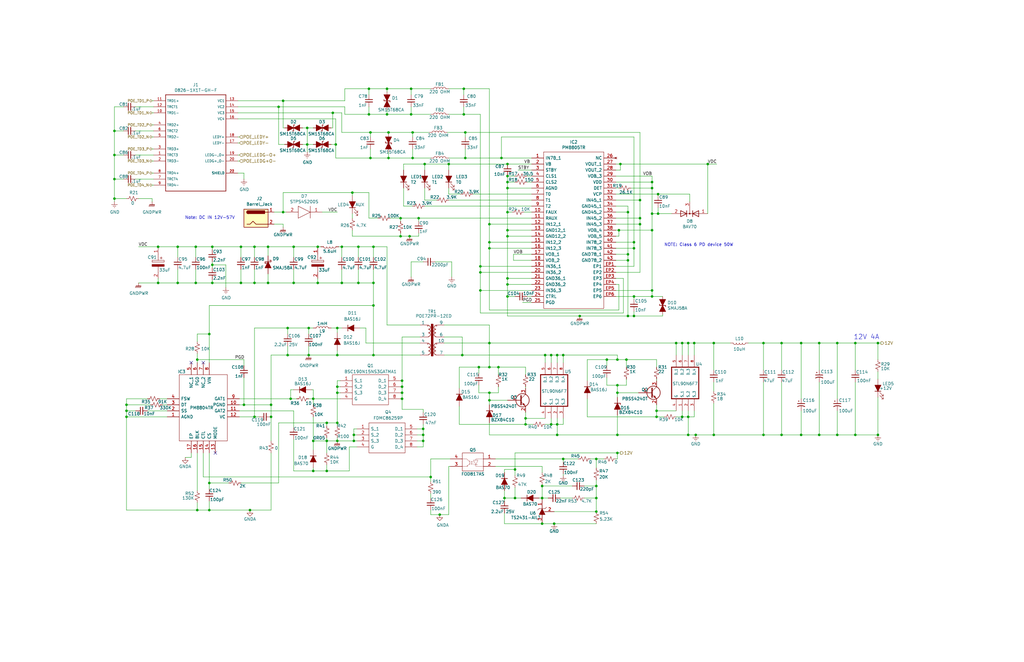
<source format=kicad_sch>
(kicad_sch (version 20200828) (generator eeschema)
  (page 3 12)
  (paper "USLedger")
  (title_block (title "AP2100") (date "2020-10-06") (rev "1") (company "ISis ImageStream Internet Solutions, Inc."))
  (junction (at 48.26 55.245) (diameter 0.9144))
  (junction (at 48.26 65.405) (diameter 0.9144))
  (junction (at 48.26 75.565) (diameter 0.9144))
  (junction (at 48.26 83.82) (diameter 0.9144))
  (junction (at 53.34 170.815) (diameter 0.9144))
  (junction (at 53.34 173.355) (diameter 0.9144))
  (junction (at 53.34 175.895) (diameter 0.9144))
  (junction (at 66.675 104.14) (diameter 0.9144))
  (junction (at 66.675 119.38) (diameter 0.9144))
  (junction (at 74.93 104.14) (diameter 0.9144))
  (junction (at 74.93 119.38) (diameter 0.9144))
  (junction (at 82.55 104.14) (diameter 0.9144))
  (junction (at 82.55 119.38) (diameter 0.9144))
  (junction (at 83.185 151.765) (diameter 0.9144))
  (junction (at 83.185 215.265) (diameter 0.9144))
  (junction (at 88.265 140.97) (diameter 0.9144))
  (junction (at 88.265 203.835) (diameter 0.9144))
  (junction (at 88.265 215.265) (diameter 0.9144))
  (junction (at 89.535 104.14) (diameter 0.9144))
  (junction (at 89.535 111.76) (diameter 0.9144))
  (junction (at 89.535 119.38) (diameter 0.9144))
  (junction (at 101.6 104.14) (diameter 0.9144))
  (junction (at 101.6 119.38) (diameter 0.9144))
  (junction (at 102.87 170.815) (diameter 0.9144))
  (junction (at 105.41 215.265) (diameter 0.9144))
  (junction (at 107.315 104.14) (diameter 0.9144))
  (junction (at 107.315 119.38) (diameter 0.9144))
  (junction (at 107.315 175.895) (diameter 0.9144))
  (junction (at 113.03 104.14) (diameter 0.9144))
  (junction (at 113.03 119.38) (diameter 0.9144))
  (junction (at 114.3 170.815) (diameter 0.9144))
  (junction (at 114.3 175.895) (diameter 0.9144))
  (junction (at 117.475 45.085) (diameter 0.9144))
  (junction (at 119.38 42.545) (diameter 0.9144))
  (junction (at 119.38 89.535) (diameter 0.9144))
  (junction (at 121.285 138.43) (diameter 0.9144))
  (junction (at 121.285 149.86) (diameter 0.9144))
  (junction (at 122.555 168.275) (diameter 0.9144))
  (junction (at 123.825 104.14) (diameter 0.9144))
  (junction (at 123.825 119.38) (diameter 0.9144))
  (junction (at 129.54 53.975) (diameter 0.9144))
  (junction (at 129.54 60.96) (diameter 0.9144))
  (junction (at 130.175 138.43) (diameter 0.9144))
  (junction (at 130.175 149.86) (diameter 0.9144))
  (junction (at 132.08 168.275) (diameter 0.9144))
  (junction (at 132.08 186.055) (diameter 0.9144))
  (junction (at 132.08 198.755) (diameter 0.9144))
  (junction (at 133.985 104.14) (diameter 0.9144))
  (junction (at 133.985 119.38) (diameter 0.9144))
  (junction (at 137.795 178.435) (diameter 0.9144))
  (junction (at 137.795 186.055) (diameter 0.9144))
  (junction (at 137.795 198.755) (diameter 0.9144))
  (junction (at 140.335 47.625) (diameter 0.9144))
  (junction (at 141.605 60.96) (diameter 0.9144))
  (junction (at 142.24 138.43) (diameter 0.9144))
  (junction (at 142.24 149.86) (diameter 0.9144))
  (junction (at 142.24 163.195) (diameter 0.9144))
  (junction (at 142.24 165.735) (diameter 0.9144))
  (junction (at 142.24 178.435) (diameter 0.9144))
  (junction (at 142.24 186.055) (diameter 0.9144))
  (junction (at 144.145 104.14) (diameter 0.9144))
  (junction (at 144.145 119.38) (diameter 0.9144))
  (junction (at 148.59 81.28) (diameter 0.9144))
  (junction (at 149.225 183.515) (diameter 0.9144))
  (junction (at 149.225 186.055) (diameter 0.9144))
  (junction (at 151.13 104.14) (diameter 0.9144))
  (junction (at 151.13 119.38) (diameter 0.9144))
  (junction (at 155.575 37.465) (diameter 0.9144))
  (junction (at 155.575 48.26) (diameter 0.9144))
  (junction (at 156.21 55.88) (diameter 0.9144))
  (junction (at 156.21 66.675) (diameter 0.9144))
  (junction (at 157.48 104.14) (diameter 0.9144))
  (junction (at 157.48 119.38) (diameter 0.9144))
  (junction (at 157.48 128.905) (diameter 0.9144))
  (junction (at 157.48 149.86) (diameter 0.9144))
  (junction (at 163.195 37.465) (diameter 0.9144))
  (junction (at 163.195 48.26) (diameter 0.9144))
  (junction (at 163.83 55.88) (diameter 0.9144))
  (junction (at 163.83 66.675) (diameter 0.9144))
  (junction (at 168.91 92.075) (diameter 0.9144))
  (junction (at 168.91 99.695) (diameter 0.9144))
  (junction (at 169.545 160.655) (diameter 0.9144))
  (junction (at 169.545 163.195) (diameter 0.9144))
  (junction (at 169.545 165.735) (diameter 0.9144))
  (junction (at 169.545 168.275) (diameter 0.9144))
  (junction (at 172.72 99.695) (diameter 0.9144))
  (junction (at 173.355 37.465) (diameter 0.9144))
  (junction (at 173.355 48.26) (diameter 0.9144))
  (junction (at 173.99 55.88) (diameter 0.9144))
  (junction (at 173.99 66.675) (diameter 0.9144))
  (junction (at 176.53 92.075) (diameter 0.9144))
  (junction (at 178.435 180.975) (diameter 0.9144))
  (junction (at 178.435 183.515) (diameter 0.9144))
  (junction (at 178.435 186.055) (diameter 0.9144))
  (junction (at 179.07 69.215) (diameter 0.9144))
  (junction (at 181.61 201.295) (diameter 0.9144))
  (junction (at 185.42 217.17) (diameter 0.9144))
  (junction (at 189.23 69.215) (diameter 0.9144))
  (junction (at 194.945 149.86) (diameter 0.9144))
  (junction (at 195.58 37.465) (diameter 0.9144))
  (junction (at 195.58 48.26) (diameter 0.9144))
  (junction (at 196.215 55.88) (diameter 0.9144))
  (junction (at 196.215 66.675) (diameter 0.9144))
  (junction (at 201.93 154.94) (diameter 0.9144))
  (junction (at 202.565 112.395) (diameter 0.9144))
  (junction (at 202.565 114.935) (diameter 0.9144))
  (junction (at 202.565 122.555) (diameter 0.9144))
  (junction (at 206.375 94.615) (diameter 0.9144))
  (junction (at 206.375 102.235) (diameter 0.9144))
  (junction (at 206.375 104.775) (diameter 0.9144))
  (junction (at 206.375 144.78) (diameter 0.9144))
  (junction (at 206.375 154.94) (diameter 0.9144))
  (junction (at 206.375 165.735) (diameter 0.9144))
  (junction (at 206.375 168.91) (diameter 0.9144))
  (junction (at 210.185 154.94) (diameter 0.9144))
  (junction (at 211.455 66.675) (diameter 0.9144))
  (junction (at 212.725 210.185) (diameter 0.9144))
  (junction (at 213.995 69.215) (diameter 0.9144))
  (junction (at 213.995 74.295) (diameter 0.9144))
  (junction (at 213.995 76.835) (diameter 0.9144))
  (junction (at 213.995 79.375) (diameter 0.9144))
  (junction (at 213.995 89.535) (diameter 0.9144))
  (junction (at 213.995 97.155) (diameter 0.9144))
  (junction (at 213.995 99.695) (diameter 0.9144))
  (junction (at 213.995 117.475) (diameter 0.9144))
  (junction (at 213.995 120.015) (diameter 0.9144))
  (junction (at 213.995 125.095) (diameter 0.9144))
  (junction (at 217.17 198.12) (diameter 0.9144))
  (junction (at 217.17 210.185) (diameter 0.9144))
  (junction (at 221.615 176.53) (diameter 0.9144))
  (junction (at 221.615 179.07) (diameter 0.9144))
  (junction (at 228.6 205.105) (diameter 0.9144))
  (junction (at 228.6 210.185) (diameter 0.9144))
  (junction (at 228.6 220.98) (diameter 0.9144))
  (junction (at 229.87 149.86) (diameter 0.9144))
  (junction (at 232.41 149.86) (diameter 0.9144))
  (junction (at 232.41 179.07) (diameter 0.9144))
  (junction (at 233.68 220.98) (diameter 0.9144))
  (junction (at 234.95 149.86) (diameter 0.9144))
  (junction (at 234.95 179.07) (diameter 0.9144))
  (junction (at 234.95 183.515) (diameter 0.9144))
  (junction (at 237.49 149.86) (diameter 0.9144))
  (junction (at 237.49 193.675) (diameter 0.9144))
  (junction (at 244.475 133.35) (diameter 0.9144))
  (junction (at 251.46 193.675) (diameter 0.9144))
  (junction (at 251.46 205.105) (diameter 0.9144))
  (junction (at 251.46 210.185) (diameter 0.9144))
  (junction (at 251.46 215.9) (diameter 0.9144))
  (junction (at 255.905 151.765) (diameter 0.9144))
  (junction (at 260.35 151.765) (diameter 0.9144))
  (junction (at 260.35 162.56) (diameter 0.9144))
  (junction (at 260.35 165.735) (diameter 0.9144))
  (junction (at 260.35 183.515) (diameter 0.9144))
  (junction (at 260.35 191.135) (diameter 0.9144))
  (junction (at 260.985 97.155) (diameter 0.9144))
  (junction (at 261.62 69.215) (diameter 0.9144))
  (junction (at 264.16 151.765) (diameter 0.9144))
  (junction (at 264.795 89.535) (diameter 0.9144))
  (junction (at 264.795 107.315) (diameter 0.9144))
  (junction (at 264.795 109.855) (diameter 0.9144))
  (junction (at 264.795 133.35) (diameter 0.9144))
  (junction (at 267.335 102.235) (diameter 0.9144))
  (junction (at 267.335 104.775) (diameter 0.9144))
  (junction (at 267.335 125.095) (diameter 0.9144))
  (junction (at 267.335 133.35) (diameter 0.9144))
  (junction (at 269.875 84.455) (diameter 0.9144))
  (junction (at 269.875 92.075) (diameter 0.9144))
  (junction (at 269.875 94.615) (diameter 0.9144))
  (junction (at 274.955 76.835) (diameter 0.9144))
  (junction (at 274.955 79.375) (diameter 0.9144))
  (junction (at 274.955 90.17) (diameter 0.9144))
  (junction (at 274.955 97.155) (diameter 0.9144))
  (junction (at 274.955 122.555) (diameter 0.9144))
  (junction (at 274.955 125.095) (diameter 0.9144))
  (junction (at 276.86 173.355) (diameter 0.9144))
  (junction (at 276.86 175.895) (diameter 0.9144))
  (junction (at 277.495 81.915) (diameter 0.9144))
  (junction (at 277.495 90.17) (diameter 0.9144))
  (junction (at 285.115 144.78) (diameter 0.9144))
  (junction (at 287.655 144.78) (diameter 0.9144))
  (junction (at 287.655 175.895) (diameter 0.9144))
  (junction (at 290.195 144.78) (diameter 0.9144))
  (junction (at 290.195 175.895) (diameter 0.9144))
  (junction (at 290.195 183.515) (diameter 0.9144))
  (junction (at 292.735 144.78) (diameter 0.9144))
  (junction (at 293.37 183.515) (diameter 0.9144))
  (junction (at 298.45 69.215) (diameter 0.9144))
  (junction (at 300.99 144.78) (diameter 0.9144))
  (junction (at 300.99 183.515) (diameter 0.9144))
  (junction (at 321.945 144.78) (diameter 0.9144))
  (junction (at 321.945 183.515) (diameter 0.9144))
  (junction (at 329.565 144.78) (diameter 0.9144))
  (junction (at 329.565 183.515) (diameter 0.9144))
  (junction (at 337.82 144.78) (diameter 0.9144))
  (junction (at 337.82 183.515) (diameter 0.9144))
  (junction (at 345.44 144.78) (diameter 0.9144))
  (junction (at 345.44 183.515) (diameter 0.9144))
  (junction (at 353.06 144.78) (diameter 0.9144))
  (junction (at 353.06 183.515) (diameter 0.9144))
  (junction (at 360.68 144.78) (diameter 0.9144))
  (junction (at 360.68 183.515) (diameter 0.9144))
  (junction (at 370.205 144.78) (diameter 0.9144))
  (junction (at 370.205 183.515) (diameter 0.9144))
  (no_connect (at 85.725 153.035))
  (no_connect (at 80.645 153.035))
  (no_connect (at 90.805 191.135))
  (wire (pts (xy 48.26 45.085) (xy 52.07 45.085)))
  (wire (pts (xy 48.26 55.245) (xy 48.26 45.085)))
  (wire (pts (xy 48.26 55.245) (xy 52.07 55.245)))
  (wire (pts (xy 48.26 65.405) (xy 48.26 55.245)))
  (wire (pts (xy 48.26 65.405) (xy 52.07 65.405)))
  (wire (pts (xy 48.26 75.565) (xy 48.26 65.405)))
  (wire (pts (xy 48.26 75.565) (xy 48.26 83.82)))
  (wire (pts (xy 48.26 83.82) (xy 48.26 85.09)))
  (wire (pts (xy 48.26 83.82) (xy 53.34 83.82)))
  (wire (pts (xy 52.07 75.565) (xy 48.26 75.565)))
  (wire (pts (xy 53.34 168.275) (xy 53.34 170.815)))
  (wire (pts (xy 53.34 168.275) (xy 62.23 168.275)))
  (wire (pts (xy 53.34 170.815) (xy 53.34 173.355)))
  (wire (pts (xy 53.34 170.815) (xy 63.5 170.815)))
  (wire (pts (xy 53.34 173.355) (xy 53.34 175.895)))
  (wire (pts (xy 53.34 173.355) (xy 57.15 173.355)))
  (wire (pts (xy 53.34 175.895) (xy 53.34 215.265)))
  (wire (pts (xy 53.34 215.265) (xy 83.185 215.265)))
  (wire (pts (xy 57.15 45.085) (xy 64.77 45.085)))
  (wire (pts (xy 57.15 55.245) (xy 64.77 55.245)))
  (wire (pts (xy 57.15 65.405) (xy 64.77 65.405)))
  (wire (pts (xy 57.15 75.565) (xy 64.77 75.565)))
  (wire (pts (xy 58.42 83.82) (xy 64.135 83.82)))
  (wire (pts (xy 58.42 104.14) (xy 66.675 104.14)))
  (wire (pts (xy 62.23 173.355) (xy 70.485 173.355)))
  (wire (pts (xy 64.135 42.545) (xy 64.77 42.545)))
  (wire (pts (xy 64.135 47.625) (xy 64.77 47.625)))
  (wire (pts (xy 64.135 52.705) (xy 64.77 52.705)))
  (wire (pts (xy 64.135 62.865) (xy 64.77 62.865)))
  (wire (pts (xy 64.135 67.945) (xy 64.77 67.945)))
  (wire (pts (xy 64.135 73.025) (xy 64.77 73.025)))
  (wire (pts (xy 64.135 83.82) (xy 64.135 85.09)))
  (wire (pts (xy 64.77 57.785) (xy 64.135 57.785)))
  (wire (pts (xy 64.77 78.105) (xy 64.135 78.105)))
  (wire (pts (xy 66.675 104.14) (xy 66.675 104.775)))
  (wire (pts (xy 66.675 104.14) (xy 74.93 104.14)))
  (wire (pts (xy 66.675 117.475) (xy 66.675 119.38)))
  (wire (pts (xy 66.675 119.38) (xy 58.42 119.38)))
  (wire (pts (xy 66.675 119.38) (xy 74.93 119.38)))
  (wire (pts (xy 67.31 168.275) (xy 70.485 168.275)))
  (wire (pts (xy 68.58 170.815) (xy 70.485 170.815)))
  (wire (pts (xy 70.485 175.895) (xy 53.34 175.895)))
  (wire (pts (xy 74.93 104.14) (xy 74.93 108.585)))
  (wire (pts (xy 74.93 104.14) (xy 82.55 104.14)))
  (wire (pts (xy 74.93 119.38) (xy 74.93 113.665)))
  (wire (pts (xy 74.93 119.38) (xy 82.55 119.38)))
  (wire (pts (xy 78.105 193.04) (xy 80.645 193.04)))
  (wire (pts (xy 80.645 193.04) (xy 80.645 191.135)))
  (wire (pts (xy 82.55 104.14) (xy 82.55 108.585)))
  (wire (pts (xy 82.55 104.14) (xy 89.535 104.14)))
  (wire (pts (xy 82.55 119.38) (xy 82.55 113.665)))
  (wire (pts (xy 83.185 140.97) (xy 88.265 140.97)))
  (wire (pts (xy 83.185 144.145) (xy 83.185 140.97)))
  (wire (pts (xy 83.185 149.225) (xy 83.185 151.765)))
  (wire (pts (xy 83.185 151.765) (xy 83.185 153.035)))
  (wire (pts (xy 83.185 151.765) (xy 102.87 151.765)))
  (wire (pts (xy 83.185 191.135) (xy 83.185 207.01)))
  (wire (pts (xy 83.185 212.09) (xy 83.185 215.265)))
  (wire (pts (xy 83.185 215.265) (xy 88.265 215.265)))
  (wire (pts (xy 85.725 201.295) (xy 85.725 191.135)))
  (wire (pts (xy 88.265 128.905) (xy 88.265 140.97)))
  (wire (pts (xy 88.265 128.905) (xy 157.48 128.905)))
  (wire (pts (xy 88.265 140.97) (xy 88.265 153.035)))
  (wire (pts (xy 88.265 191.135) (xy 88.265 203.835)))
  (wire (pts (xy 88.265 203.835) (xy 88.265 206.375)))
  (wire (pts (xy 88.265 203.835) (xy 96.52 203.835)))
  (wire (pts (xy 88.265 211.455) (xy 88.265 215.265)))
  (wire (pts (xy 88.265 215.265) (xy 105.41 215.265)))
  (wire (pts (xy 89.535 104.14) (xy 89.535 105.41)))
  (wire (pts (xy 89.535 104.14) (xy 101.6 104.14)))
  (wire (pts (xy 89.535 110.49) (xy 89.535 111.76)))
  (wire (pts (xy 89.535 111.76) (xy 89.535 113.03)))
  (wire (pts (xy 89.535 111.76) (xy 95.25 111.76)))
  (wire (pts (xy 89.535 118.11) (xy 89.535 119.38)))
  (wire (pts (xy 89.535 119.38) (xy 82.55 119.38)))
  (wire (pts (xy 89.535 119.38) (xy 101.6 119.38)))
  (wire (pts (xy 95.25 111.76) (xy 95.25 121.285)))
  (wire (pts (xy 100.33 42.545) (xy 119.38 42.545)))
  (wire (pts (xy 100.33 45.085) (xy 117.475 45.085)))
  (wire (pts (xy 100.33 47.625) (xy 140.335 47.625)))
  (wire (pts (xy 100.33 50.165) (xy 141.605 50.165)))
  (wire (pts (xy 100.33 57.785) (xy 100.965 57.785)))
  (wire (pts (xy 100.33 60.325) (xy 100.965 60.325)))
  (wire (pts (xy 100.33 65.405) (xy 100.965 65.405)))
  (wire (pts (xy 100.33 67.945) (xy 100.965 67.945)))
  (wire (pts (xy 100.33 73.025) (xy 102.87 73.025)))
  (wire (pts (xy 100.965 168.275) (xy 122.555 168.275)))
  (wire (pts (xy 100.965 170.815) (xy 102.87 170.815)))
  (wire (pts (xy 100.965 173.355) (xy 123.825 173.355)))
  (wire (pts (xy 100.965 175.895) (xy 107.315 175.895)))
  (wire (pts (xy 101.6 104.14) (xy 101.6 108.585)))
  (wire (pts (xy 101.6 104.14) (xy 107.315 104.14)))
  (wire (pts (xy 101.6 113.665) (xy 101.6 119.38)))
  (wire (pts (xy 101.6 203.835) (xy 117.475 203.835)))
  (wire (pts (xy 102.87 73.025) (xy 102.87 75.565)))
  (wire (pts (xy 102.87 151.765) (xy 102.87 154.305)))
  (wire (pts (xy 102.87 159.385) (xy 102.87 170.815)))
  (wire (pts (xy 102.87 170.815) (xy 114.3 170.815)))
  (wire (pts (xy 105.41 215.265) (xy 114.3 215.265)))
  (wire (pts (xy 107.315 104.14) (xy 107.315 108.585)))
  (wire (pts (xy 107.315 104.14) (xy 113.03 104.14)))
  (wire (pts (xy 107.315 113.665) (xy 107.315 119.38)))
  (wire (pts (xy 107.315 119.38) (xy 101.6 119.38)))
  (wire (pts (xy 107.315 119.38) (xy 113.03 119.38)))
  (wire (pts (xy 107.315 138.43) (xy 121.285 138.43)))
  (wire (pts (xy 107.315 175.895) (xy 107.315 138.43)))
  (wire (pts (xy 107.315 175.895) (xy 109.22 175.895)))
  (wire (pts (xy 113.03 104.14) (xy 113.03 107.95)))
  (wire (pts (xy 113.03 104.14) (xy 123.825 104.14)))
  (wire (pts (xy 113.03 115.57) (xy 113.03 119.38)))
  (wire (pts (xy 114.3 149.86) (xy 114.3 170.815)))
  (wire (pts (xy 114.3 175.895) (xy 114.3 170.815)))
  (wire (pts (xy 114.3 175.895) (xy 114.3 186.055)))
  (wire (pts (xy 114.3 191.135) (xy 114.3 215.265)))
  (wire (pts (xy 115.57 89.535) (xy 119.38 89.535)))
  (wire (pts (xy 115.57 94.615) (xy 119.38 94.615)))
  (wire (pts (xy 117.475 45.085) (xy 145.415 45.085)))
  (wire (pts (xy 117.475 60.96) (xy 117.475 45.085)))
  (wire (pts (xy 117.475 178.435) (xy 117.475 203.835)))
  (wire (pts (xy 119.38 42.545) (xy 145.415 42.545)))
  (wire (pts (xy 119.38 53.975) (xy 119.38 42.545)))
  (wire (pts (xy 119.38 81.28) (xy 119.38 89.535)))
  (wire (pts (xy 119.38 81.28) (xy 148.59 81.28)))
  (wire (pts (xy 119.38 89.535) (xy 120.65 89.535)))
  (wire (pts (xy 119.38 94.615) (xy 119.38 95.885)))
  (wire (pts (xy 120.015 53.975) (xy 119.38 53.975)))
  (wire (pts (xy 120.015 60.96) (xy 117.475 60.96)))
  (wire (pts (xy 121.285 138.43) (xy 121.285 140.97)))
  (wire (pts (xy 121.285 146.05) (xy 121.285 149.86)))
  (wire (pts (xy 121.285 149.86) (xy 114.3 149.86)))
  (wire (pts (xy 121.285 149.86) (xy 130.175 149.86)))
  (wire (pts (xy 122.555 164.465) (xy 122.555 168.275)))
  (wire (pts (xy 122.555 168.275) (xy 125.095 168.275)))
  (wire (pts (xy 123.825 104.14) (xy 123.825 108.585)))
  (wire (pts (xy 123.825 104.14) (xy 133.985 104.14)))
  (wire (pts (xy 123.825 113.665) (xy 123.825 119.38)))
  (wire (pts (xy 123.825 119.38) (xy 113.03 119.38)))
  (wire (pts (xy 123.825 119.38) (xy 133.985 119.38)))
  (wire (pts (xy 123.825 164.465) (xy 122.555 164.465)))
  (wire (pts (xy 123.825 173.355) (xy 123.825 180.34)))
  (wire (pts (xy 123.825 185.42) (xy 123.825 198.755)))
  (wire (pts (xy 127.635 53.975) (xy 129.54 53.975)))
  (wire (pts (xy 127.635 60.96) (xy 129.54 60.96)))
  (wire (pts (xy 129.54 53.975) (xy 129.54 60.96)))
  (wire (pts (xy 129.54 53.975) (xy 132.08 53.975)))
  (wire (pts (xy 129.54 60.96) (xy 129.54 64.135)))
  (wire (pts (xy 129.54 60.96) (xy 132.08 60.96)))
  (wire (pts (xy 130.175 138.43) (xy 121.285 138.43)))
  (wire (pts (xy 130.175 138.43) (xy 130.175 140.97)))
  (wire (pts (xy 130.175 146.05) (xy 130.175 149.86)))
  (wire (pts (xy 130.175 149.86) (xy 142.24 149.86)))
  (wire (pts (xy 130.175 168.275) (xy 132.08 168.275)))
  (wire (pts (xy 131.445 164.465) (xy 132.08 164.465)))
  (wire (pts (xy 132.08 138.43) (xy 130.175 138.43)))
  (wire (pts (xy 132.08 164.465) (xy 132.08 168.275)))
  (wire (pts (xy 132.08 168.275) (xy 132.08 170.815)))
  (wire (pts (xy 132.08 168.275) (xy 143.51 168.275)))
  (wire (pts (xy 132.08 175.895) (xy 132.08 186.055)))
  (wire (pts (xy 132.08 186.055) (xy 132.08 189.865)))
  (wire (pts (xy 132.08 186.055) (xy 137.795 186.055)))
  (wire (pts (xy 132.08 197.485) (xy 132.08 198.755)))
  (wire (pts (xy 132.08 198.755) (xy 123.825 198.755)))
  (wire (pts (xy 133.985 104.14) (xy 133.985 104.775)))
  (wire (pts (xy 133.985 104.14) (xy 135.255 104.14)))
  (wire (pts (xy 133.985 119.38) (xy 133.985 117.475)))
  (wire (pts (xy 135.89 89.535) (xy 142.24 89.535)))
  (wire (pts (xy 137.795 178.435) (xy 117.475 178.435)))
  (wire (pts (xy 137.795 178.435) (xy 137.795 179.705)))
  (wire (pts (xy 137.795 178.435) (xy 142.24 178.435)))
  (wire (pts (xy 137.795 184.785) (xy 137.795 186.055)))
  (wire (pts (xy 137.795 186.055) (xy 142.24 186.055)))
  (wire (pts (xy 137.795 191.135) (xy 137.795 186.055)))
  (wire (pts (xy 137.795 196.215) (xy 137.795 198.755)))
  (wire (pts (xy 137.795 198.755) (xy 132.08 198.755)))
  (wire (pts (xy 139.7 53.975) (xy 140.335 53.975)))
  (wire (pts (xy 139.7 138.43) (xy 142.24 138.43)))
  (wire (pts (xy 140.335 47.625) (xy 144.145 47.625)))
  (wire (pts (xy 140.335 53.975) (xy 140.335 47.625)))
  (wire (pts (xy 141.605 60.96) (xy 139.7 60.96)))
  (wire (pts (xy 141.605 60.96) (xy 141.605 50.165)))
  (wire (pts (xy 141.605 60.96) (xy 141.605 66.675)))
  (wire (pts (xy 141.605 66.675) (xy 156.21 66.675)))
  (wire (pts (xy 142.24 138.43) (xy 142.24 140.335)))
  (wire (pts (xy 142.24 149.86) (xy 142.24 147.955)))
  (wire (pts (xy 142.24 160.655) (xy 142.24 163.195)))
  (wire (pts (xy 142.24 160.655) (xy 143.51 160.655)))
  (wire (pts (xy 142.24 163.195) (xy 142.24 165.735)))
  (wire (pts (xy 142.24 163.195) (xy 143.51 163.195)))
  (wire (pts (xy 142.24 165.735) (xy 142.24 178.435)))
  (wire (pts (xy 142.24 165.735) (xy 143.51 165.735)))
  (wire (pts (xy 142.24 178.435) (xy 142.24 179.705)))
  (wire (pts (xy 142.24 184.785) (xy 142.24 186.055)))
  (wire (pts (xy 142.24 186.055) (xy 149.225 186.055)))
  (wire (pts (xy 142.875 104.14) (xy 144.145 104.14)))
  (wire (pts (xy 144.145 47.625) (xy 144.145 55.88)))
  (wire (pts (xy 144.145 55.88) (xy 156.21 55.88)))
  (wire (pts (xy 144.145 104.14) (xy 144.145 108.585)))
  (wire (pts (xy 144.145 104.14) (xy 151.13 104.14)))
  (wire (pts (xy 144.145 113.665) (xy 144.145 119.38)))
  (wire (pts (xy 144.145 119.38) (xy 133.985 119.38)))
  (wire (pts (xy 144.145 119.38) (xy 151.13 119.38)))
  (wire (pts (xy 144.145 138.43) (xy 142.24 138.43)))
  (wire (pts (xy 145.415 37.465) (xy 155.575 37.465)))
  (wire (pts (xy 145.415 42.545) (xy 145.415 37.465)))
  (wire (pts (xy 145.415 45.085) (xy 145.415 48.26)))
  (wire (pts (xy 145.415 48.26) (xy 155.575 48.26)))
  (wire (pts (xy 147.32 188.595) (xy 147.32 198.755)))
  (wire (pts (xy 147.32 198.755) (xy 137.795 198.755)))
  (wire (pts (xy 148.59 81.28) (xy 148.59 82.55)))
  (wire (pts (xy 148.59 81.28) (xy 155.575 81.28)))
  (wire (pts (xy 148.59 90.17) (xy 148.59 92.075)))
  (wire (pts (xy 148.59 97.155) (xy 148.59 99.695)))
  (wire (pts (xy 148.59 99.695) (xy 168.91 99.695)))
  (wire (pts (xy 149.225 180.975) (xy 149.225 183.515)))
  (wire (pts (xy 149.225 183.515) (xy 149.225 186.055)))
  (wire (pts (xy 149.225 186.055) (xy 150.495 186.055)))
  (wire (pts (xy 150.495 180.975) (xy 149.225 180.975)))
  (wire (pts (xy 150.495 183.515) (xy 149.225 183.515)))
  (wire (pts (xy 150.495 188.595) (xy 147.32 188.595)))
  (wire (pts (xy 151.13 104.14) (xy 151.13 108.585)))
  (wire (pts (xy 151.13 104.14) (xy 157.48 104.14)))
  (wire (pts (xy 151.13 119.38) (xy 151.13 113.665)))
  (wire (pts (xy 151.13 119.38) (xy 157.48 119.38)))
  (wire (pts (xy 154.305 138.43) (xy 151.765 138.43)))
  (wire (pts (xy 154.305 144.78) (xy 154.305 138.43)))
  (wire (pts (xy 155.575 37.465) (xy 163.195 37.465)))
  (wire (pts (xy 155.575 40.005) (xy 155.575 37.465)))
  (wire (pts (xy 155.575 45.085) (xy 155.575 48.26)))
  (wire (pts (xy 155.575 48.26) (xy 163.195 48.26)))
  (wire (pts (xy 155.575 81.28) (xy 155.575 92.075)))
  (wire (pts (xy 155.575 92.075) (xy 159.385 92.075)))
  (wire (pts (xy 156.21 55.88) (xy 163.83 55.88)))
  (wire (pts (xy 156.21 57.785) (xy 156.21 55.88)))
  (wire (pts (xy 156.21 62.865) (xy 156.21 66.675)))
  (wire (pts (xy 156.21 66.675) (xy 163.83 66.675)))
  (wire (pts (xy 157.48 104.14) (xy 157.48 108.585)))
  (wire (pts (xy 157.48 104.14) (xy 163.195 104.14)))
  (wire (pts (xy 157.48 119.38) (xy 157.48 113.665)))
  (wire (pts (xy 157.48 119.38) (xy 157.48 128.905)))
  (wire (pts (xy 157.48 128.905) (xy 157.48 149.86)))
  (wire (pts (xy 157.48 149.86) (xy 142.24 149.86)))
  (wire (pts (xy 157.48 149.86) (xy 177.165 149.86)))
  (wire (pts (xy 163.195 37.465) (xy 163.195 38.735)))
  (wire (pts (xy 163.195 37.465) (xy 173.355 37.465)))
  (wire (pts (xy 163.195 48.26) (xy 163.195 46.355)))
  (wire (pts (xy 163.195 104.14) (xy 163.195 137.16)))
  (wire (pts (xy 163.195 137.16) (xy 177.165 137.16)))
  (wire (pts (xy 163.83 55.88) (xy 163.83 56.515)))
  (wire (pts (xy 163.83 55.88) (xy 173.99 55.88)))
  (wire (pts (xy 163.83 66.675) (xy 163.83 64.135)))
  (wire (pts (xy 164.465 92.075) (xy 168.91 92.075)))
  (wire (pts (xy 168.91 92.075) (xy 176.53 92.075)))
  (wire (pts (xy 168.91 93.345) (xy 168.91 92.075)))
  (wire (pts (xy 168.91 98.425) (xy 168.91 99.695)))
  (wire (pts (xy 168.91 99.695) (xy 172.72 99.695)))
  (wire (pts (xy 168.91 163.195) (xy 169.545 163.195)))
  (wire (pts (xy 168.91 165.735) (xy 169.545 165.735)))
  (wire (pts (xy 169.545 142.24) (xy 169.545 160.655)))
  (wire (pts (xy 169.545 142.24) (xy 177.165 142.24)))
  (wire (pts (xy 169.545 160.655) (xy 168.91 160.655)))
  (wire (pts (xy 169.545 160.655) (xy 169.545 163.195)))
  (wire (pts (xy 169.545 163.195) (xy 169.545 165.735)))
  (wire (pts (xy 169.545 165.735) (xy 169.545 168.275)))
  (wire (pts (xy 169.545 168.275) (xy 168.91 168.275)))
  (wire (pts (xy 169.545 168.275) (xy 169.545 172.72)))
  (wire (pts (xy 169.545 172.72) (xy 178.435 172.72)))
  (wire (pts (xy 170.18 69.215) (xy 179.07 69.215)))
  (wire (pts (xy 170.18 71.755) (xy 170.18 69.215)))
  (wire (pts (xy 170.18 79.375) (xy 170.18 86.995)))
  (wire (pts (xy 170.18 86.995) (xy 173.99 86.995)))
  (wire (pts (xy 173.355 37.465) (xy 173.355 40.005)))
  (wire (pts (xy 173.355 37.465) (xy 181.61 37.465)))
  (wire (pts (xy 173.355 45.085) (xy 173.355 48.26)))
  (wire (pts (xy 173.355 48.26) (xy 163.195 48.26)))
  (wire (pts (xy 173.355 48.26) (xy 181.61 48.26)))
  (wire (pts (xy 173.355 110.49) (xy 173.355 116.84)))
  (wire (pts (xy 173.99 55.88) (xy 173.99 57.785)))
  (wire (pts (xy 173.99 55.88) (xy 180.975 55.88)))
  (wire (pts (xy 173.99 62.865) (xy 173.99 66.675)))
  (wire (pts (xy 173.99 66.675) (xy 163.83 66.675)))
  (wire (pts (xy 173.99 66.675) (xy 181.61 66.675)))
  (wire (pts (xy 175.895 180.975) (xy 178.435 180.975)))
  (wire (pts (xy 175.895 183.515) (xy 178.435 183.515)))
  (wire (pts (xy 175.895 186.055) (xy 178.435 186.055)))
  (wire (pts (xy 176.53 92.075) (xy 176.53 93.345)))
  (wire (pts (xy 176.53 92.075) (xy 224.155 92.075)))
  (wire (pts (xy 176.53 98.425) (xy 176.53 99.695)))
  (wire (pts (xy 176.53 99.695) (xy 172.72 99.695)))
  (wire (pts (xy 177.165 144.78) (xy 154.305 144.78)))
  (wire (pts (xy 178.435 110.49) (xy 173.355 110.49)))
  (wire (pts (xy 178.435 172.72) (xy 178.435 173.99)))
  (wire (pts (xy 178.435 179.07) (xy 178.435 180.975)))
  (wire (pts (xy 178.435 180.975) (xy 178.435 183.515)))
  (wire (pts (xy 178.435 183.515) (xy 178.435 186.055)))
  (wire (pts (xy 178.435 186.055) (xy 178.435 188.595)))
  (wire (pts (xy 178.435 188.595) (xy 175.895 188.595)))
  (wire (pts (xy 179.07 69.215) (xy 179.07 71.755)))
  (wire (pts (xy 179.07 79.375) (xy 179.07 84.455)))
  (wire (pts (xy 179.07 84.455) (xy 184.15 84.455)))
  (wire (pts (xy 179.07 86.995) (xy 224.155 86.995)))
  (wire (pts (xy 181.61 193.675) (xy 181.61 201.295)))
  (wire (pts (xy 181.61 193.675) (xy 189.865 193.675)))
  (wire (pts (xy 181.61 201.295) (xy 85.725 201.295)))
  (wire (pts (xy 181.61 201.295) (xy 181.61 203.2)))
  (wire (pts (xy 181.61 208.28) (xy 181.61 210.185)))
  (wire (pts (xy 181.61 217.17) (xy 181.61 215.265)))
  (wire (pts (xy 181.61 217.17) (xy 185.42 217.17)))
  (wire (pts (xy 183.515 110.49) (xy 190.5 110.49)))
  (wire (pts (xy 187.325 137.16) (xy 206.375 137.16)))
  (wire (pts (xy 187.325 142.24) (xy 194.945 142.24)))
  (wire (pts (xy 187.325 144.78) (xy 206.375 144.78)))
  (wire (pts (xy 187.325 149.86) (xy 194.945 149.86)))
  (wire (pts (xy 188.595 55.88) (xy 196.215 55.88)))
  (wire (pts (xy 189.23 37.465) (xy 195.58 37.465)))
  (wire (pts (xy 189.23 48.26) (xy 195.58 48.26)))
  (wire (pts (xy 189.23 66.675) (xy 196.215 66.675)))
  (wire (pts (xy 189.23 69.215) (xy 179.07 69.215)))
  (wire (pts (xy 189.23 71.755) (xy 189.23 69.215)))
  (wire (pts (xy 189.23 79.375) (xy 189.23 81.915)))
  (wire (pts (xy 189.23 81.915) (xy 194.31 81.915)))
  (wire (pts (xy 189.23 84.455) (xy 224.155 84.455)))
  (wire (pts (xy 189.23 196.85) (xy 189.23 217.17)))
  (wire (pts (xy 189.23 217.17) (xy 185.42 217.17)))
  (wire (pts (xy 189.865 196.85) (xy 189.23 196.85)))
  (wire (pts (xy 190.5 110.49) (xy 190.5 116.84)))
  (wire (pts (xy 193.675 154.94) (xy 201.93 154.94)))
  (wire (pts (xy 193.675 163.83) (xy 193.675 154.94)))
  (wire (pts (xy 193.675 179.07) (xy 193.675 171.45)))
  (wire (pts (xy 194.945 142.24) (xy 194.945 149.86)))
  (wire (pts (xy 194.945 149.86) (xy 229.87 149.86)))
  (wire (pts (xy 195.58 37.465) (xy 195.58 40.005)))
  (wire (pts (xy 195.58 48.26) (xy 195.58 45.085)))
  (wire (pts (xy 196.215 55.88) (xy 196.215 57.785)))
  (wire (pts (xy 196.215 55.88) (xy 269.875 55.88)))
  (wire (pts (xy 196.215 66.675) (xy 196.215 62.865)))
  (wire (pts (xy 201.93 154.94) (xy 201.93 157.48)))
  (wire (pts (xy 201.93 154.94) (xy 206.375 154.94)))
  (wire (pts (xy 201.93 165.735) (xy 201.93 162.56)))
  (wire (pts (xy 201.93 165.735) (xy 206.375 165.735)))
  (wire (pts (xy 202.565 48.26) (xy 195.58 48.26)))
  (wire (pts (xy 202.565 112.395) (xy 202.565 48.26)))
  (wire (pts (xy 202.565 112.395) (xy 202.565 114.935)))
  (wire (pts (xy 202.565 114.935) (xy 224.155 114.935)))
  (wire (pts (xy 202.565 122.555) (xy 202.565 114.935)))
  (wire (pts (xy 202.565 132.08) (xy 202.565 122.555)))
  (wire (pts (xy 206.375 37.465) (xy 195.58 37.465)))
  (wire (pts (xy 206.375 94.615) (xy 206.375 37.465)))
  (wire (pts (xy 206.375 102.235) (xy 206.375 94.615)))
  (wire (pts (xy 206.375 104.775) (xy 206.375 102.235)))
  (wire (pts (xy 206.375 130.81) (xy 206.375 104.775)))
  (wire (pts (xy 206.375 130.81) (xy 260.985 130.81)))
  (wire (pts (xy 206.375 137.16) (xy 206.375 144.78)))
  (wire (pts (xy 206.375 144.78) (xy 206.375 154.94)))
  (wire (pts (xy 206.375 144.78) (xy 285.115 144.78)))
  (wire (pts (xy 206.375 154.94) (xy 210.185 154.94)))
  (wire (pts (xy 206.375 165.735) (xy 206.375 168.91)))
  (wire (pts (xy 206.375 165.735) (xy 210.185 165.735)))
  (wire (pts (xy 206.375 168.91) (xy 206.375 170.815)))
  (wire (pts (xy 206.375 168.91) (xy 213.995 168.91)))
  (wire (pts (xy 206.375 178.435) (xy 206.375 183.515)))
  (wire (pts (xy 206.375 183.515) (xy 234.95 183.515)))
  (wire (pts (xy 208.915 193.675) (xy 237.49 193.675)))
  (wire (pts (xy 208.915 196.85) (xy 228.6 196.85)))
  (wire (pts (xy 210.185 154.94) (xy 210.185 158.115)))
  (wire (pts (xy 210.185 154.94) (xy 221.615 154.94)))
  (wire (pts (xy 210.185 163.195) (xy 210.185 165.735)))
  (wire (pts (xy 211.455 57.785) (xy 267.335 57.785)))
  (wire (pts (xy 211.455 66.675) (xy 196.215 66.675)))
  (wire (pts (xy 211.455 66.675) (xy 211.455 57.785)))
  (wire (pts (xy 212.725 198.12) (xy 217.17 198.12)))
  (wire (pts (xy 212.725 199.39) (xy 212.725 198.12)))
  (wire (pts (xy 212.725 207.01) (xy 212.725 210.185)))
  (wire (pts (xy 212.725 210.185) (xy 212.725 211.455)))
  (wire (pts (xy 212.725 210.185) (xy 217.17 210.185)))
  (wire (pts (xy 212.725 216.535) (xy 212.725 220.98)))
  (wire (pts (xy 212.725 220.98) (xy 228.6 220.98)))
  (wire (pts (xy 213.995 69.215) (xy 189.23 69.215)))
  (wire (pts (xy 213.995 69.215) (xy 224.155 69.215)))
  (wire (pts (xy 213.995 74.295) (xy 213.995 76.835)))
  (wire (pts (xy 213.995 76.835) (xy 213.995 79.375)))
  (wire (pts (xy 213.995 79.375) (xy 213.995 89.535)))
  (wire (pts (xy 213.995 79.375) (xy 224.155 79.375)))
  (wire (pts (xy 213.995 89.535) (xy 213.995 97.155)))
  (wire (pts (xy 213.995 97.155) (xy 213.995 99.695)))
  (wire (pts (xy 213.995 99.695) (xy 213.995 117.475)))
  (wire (pts (xy 213.995 117.475) (xy 213.995 120.015)))
  (wire (pts (xy 213.995 120.015) (xy 213.995 125.095)))
  (wire (pts (xy 213.995 125.095) (xy 213.995 133.35)))
  (wire (pts (xy 213.995 125.095) (xy 217.17 125.095)))
  (wire (pts (xy 213.995 133.35) (xy 244.475 133.35)))
  (wire (pts (xy 215.9 89.535) (xy 213.995 89.535)))
  (wire (pts (xy 216.535 107.315) (xy 216.535 109.855)))
  (wire (pts (xy 216.535 109.855) (xy 224.155 109.855)))
  (wire (pts (xy 217.17 74.295) (xy 213.995 74.295)))
  (wire (pts (xy 217.17 76.835) (xy 213.995 76.835)))
  (wire (pts (xy 217.17 191.135) (xy 217.17 198.12)))
  (wire (pts (xy 217.17 191.135) (xy 260.35 191.135)))
  (wire (pts (xy 217.17 200.66) (xy 217.17 198.12)))
  (wire (pts (xy 217.17 205.74) (xy 217.17 210.185)))
  (wire (pts (xy 217.17 210.185) (xy 219.71 210.185)))
  (wire (pts (xy 220.345 127.635) (xy 224.155 127.635)))
  (wire (pts (xy 220.98 89.535) (xy 224.155 89.535)))
  (wire (pts (xy 221.615 154.94) (xy 221.615 158.115)))
  (wire (pts (xy 221.615 163.195) (xy 221.615 163.83)))
  (wire (pts (xy 221.615 173.99) (xy 221.615 176.53)))
  (wire (pts (xy 221.615 176.53) (xy 221.615 179.07)))
  (wire (pts (xy 221.615 176.53) (xy 229.87 176.53)))
  (wire (pts (xy 221.615 179.07) (xy 193.675 179.07)))
  (wire (pts (xy 221.615 179.07) (xy 224.79 179.07)))
  (wire (pts (xy 222.25 74.295) (xy 224.155 74.295)))
  (wire (pts (xy 222.25 76.835) (xy 224.155 76.835)))
  (wire (pts (xy 222.25 125.095) (xy 224.155 125.095)))
  (wire (pts (xy 224.155 66.675) (xy 211.455 66.675)))
  (wire (pts (xy 224.155 71.755) (xy 218.44 71.755)))
  (wire (pts (xy 224.155 81.915) (xy 199.39 81.915)))
  (wire (pts (xy 224.155 94.615) (xy 206.375 94.615)))
  (wire (pts (xy 224.155 97.155) (xy 213.995 97.155)))
  (wire (pts (xy 224.155 99.695) (xy 213.995 99.695)))
  (wire (pts (xy 224.155 102.235) (xy 206.375 102.235)))
  (wire (pts (xy 224.155 104.775) (xy 206.375 104.775)))
  (wire (pts (xy 224.155 107.315) (xy 216.535 107.315)))
  (wire (pts (xy 224.155 112.395) (xy 202.565 112.395)))
  (wire (pts (xy 224.155 117.475) (xy 213.995 117.475)))
  (wire (pts (xy 224.155 120.015) (xy 213.995 120.015)))
  (wire (pts (xy 224.155 122.555) (xy 202.565 122.555)))
  (wire (pts (xy 227.33 210.185) (xy 228.6 210.185)))
  (wire (pts (xy 228.6 199.39) (xy 228.6 196.85)))
  (wire (pts (xy 228.6 204.47) (xy 228.6 205.105)))
  (wire (pts (xy 228.6 205.105) (xy 228.6 210.185)))
  (wire (pts (xy 228.6 210.185) (xy 228.6 210.82)))
  (wire (pts (xy 228.6 210.185) (xy 231.14 210.185)))
  (wire (pts (xy 228.6 220.98) (xy 233.68 220.98)))
  (wire (pts (xy 229.87 149.86) (xy 229.87 153.035)))
  (wire (pts (xy 229.87 149.86) (xy 232.41 149.86)))
  (wire (pts (xy 229.87 179.07) (xy 232.41 179.07)))
  (wire (pts (xy 232.41 149.86) (xy 232.41 153.035)))
  (wire (pts (xy 232.41 149.86) (xy 234.95 149.86)))
  (wire (pts (xy 232.41 176.53) (xy 232.41 179.07)))
  (wire (pts (xy 232.41 179.07) (xy 234.95 179.07)))
  (wire (pts (xy 233.68 215.9) (xy 251.46 215.9)))
  (wire (pts (xy 233.68 220.98) (xy 251.46 220.98)))
  (wire (pts (xy 234.95 149.86) (xy 234.95 153.035)))
  (wire (pts (xy 234.95 149.86) (xy 237.49 149.86)))
  (wire (pts (xy 234.95 179.07) (xy 234.95 176.53)))
  (wire (pts (xy 234.95 179.07) (xy 234.95 183.515)))
  (wire (pts (xy 234.95 179.07) (xy 237.49 179.07)))
  (wire (pts (xy 234.95 183.515) (xy 260.35 183.515)))
  (wire (pts (xy 236.22 210.185) (xy 241.3 210.185)))
  (wire (pts (xy 237.49 149.86) (xy 237.49 153.035)))
  (wire (pts (xy 237.49 149.86) (xy 260.35 149.86)))
  (wire (pts (xy 237.49 179.07) (xy 237.49 176.53)))
  (wire (pts (xy 237.49 193.675) (xy 243.84 193.675)))
  (wire (pts (xy 237.49 194.945) (xy 237.49 193.675)))
  (wire (pts (xy 237.49 200.025) (xy 237.49 200.66)))
  (wire (pts (xy 241.3 205.105) (xy 228.6 205.105)))
  (wire (pts (xy 244.475 133.35) (xy 264.795 133.35)))
  (wire (pts (xy 246.38 205.105) (xy 251.46 205.105)))
  (wire (pts (xy 246.38 210.185) (xy 251.46 210.185)))
  (wire (pts (xy 247.65 151.765) (xy 255.905 151.765)))
  (wire (pts (xy 247.65 160.655) (xy 247.65 151.765)))
  (wire (pts (xy 247.65 175.895) (xy 247.65 168.275)))
  (wire (pts (xy 248.92 193.675) (xy 251.46 193.675)))
  (wire (pts (xy 251.46 193.675) (xy 251.46 197.485)))
  (wire (pts (xy 251.46 193.675) (xy 254.635 193.675)))
  (wire (pts (xy 251.46 202.565) (xy 251.46 205.105)))
  (wire (pts (xy 251.46 210.185) (xy 251.46 205.105)))
  (wire (pts (xy 251.46 210.185) (xy 251.46 215.9)))
  (wire (pts (xy 255.905 151.765) (xy 255.905 154.305)))
  (wire (pts (xy 255.905 151.765) (xy 260.35 151.765)))
  (wire (pts (xy 255.905 162.56) (xy 255.905 159.385)))
  (wire (pts (xy 255.905 162.56) (xy 260.35 162.56)))
  (wire (pts (xy 259.715 69.215) (xy 261.62 69.215)))
  (wire (pts (xy 259.715 71.755) (xy 261.62 71.755)))
  (wire (pts (xy 259.715 74.295) (xy 274.955 74.295)))
  (wire (pts (xy 259.715 76.835) (xy 274.955 76.835)))
  (wire (pts (xy 259.715 79.375) (xy 260.985 79.375)))
  (wire (pts (xy 259.715 81.915) (xy 277.495 81.915)))
  (wire (pts (xy 259.715 86.995) (xy 264.795 86.995)))
  (wire (pts (xy 259.715 89.535) (xy 264.795 89.535)))
  (wire (pts (xy 259.715 92.075) (xy 269.875 92.075)))
  (wire (pts (xy 259.715 94.615) (xy 269.875 94.615)))
  (wire (pts (xy 259.715 99.695) (xy 260.985 99.695)))
  (wire (pts (xy 259.715 107.315) (xy 264.795 107.315)))
  (wire (pts (xy 259.715 109.855) (xy 264.795 109.855)))
  (wire (pts (xy 259.715 112.395) (xy 267.335 112.395)))
  (wire (pts (xy 259.715 114.935) (xy 269.875 114.935)))
  (wire (pts (xy 259.715 117.475) (xy 262.89 117.475)))
  (wire (pts (xy 259.715 120.015) (xy 260.985 120.015)))
  (wire (pts (xy 259.715 122.555) (xy 274.955 122.555)))
  (wire (pts (xy 259.715 125.095) (xy 267.335 125.095)))
  (wire (pts (xy 260.35 149.86) (xy 260.35 151.765)))
  (wire (pts (xy 260.35 151.765) (xy 264.16 151.765)))
  (wire (pts (xy 260.35 162.56) (xy 260.35 165.735)))
  (wire (pts (xy 260.35 162.56) (xy 264.16 162.56)))
  (wire (pts (xy 260.35 165.735) (xy 260.35 167.64)))
  (wire (pts (xy 260.35 165.735) (xy 269.24 165.735)))
  (wire (pts (xy 260.35 175.26) (xy 260.35 183.515)))
  (wire (pts (xy 260.35 183.515) (xy 290.195 183.515)))
  (wire (pts (xy 260.35 191.135) (xy 260.35 193.675)))
  (wire (pts (xy 260.35 191.135) (xy 261.62 191.135)))
  (wire (pts (xy 260.35 193.675) (xy 259.715 193.675)))
  (wire (pts (xy 260.985 97.155) (xy 259.715 97.155)))
  (wire (pts (xy 260.985 99.695) (xy 260.985 97.155)))
  (wire (pts (xy 260.985 120.015) (xy 260.985 130.81)))
  (wire (pts (xy 261.62 69.215) (xy 298.45 69.215)))
  (wire (pts (xy 261.62 71.755) (xy 261.62 69.215)))
  (wire (pts (xy 262.89 117.475) (xy 262.89 132.08)))
  (wire (pts (xy 262.89 132.08) (xy 202.565 132.08)))
  (wire (pts (xy 264.16 151.765) (xy 264.16 154.94)))
  (wire (pts (xy 264.16 151.765) (xy 276.86 151.765)))
  (wire (pts (xy 264.16 160.02) (xy 264.16 162.56)))
  (wire (pts (xy 264.795 86.995) (xy 264.795 89.535)))
  (wire (pts (xy 264.795 89.535) (xy 264.795 107.315)))
  (wire (pts (xy 264.795 107.315) (xy 264.795 109.855)))
  (wire (pts (xy 264.795 109.855) (xy 264.795 133.35)))
  (wire (pts (xy 264.795 133.35) (xy 267.335 133.35)))
  (wire (pts (xy 266.065 79.375) (xy 274.955 79.375)))
  (wire (pts (xy 267.335 57.785) (xy 267.335 102.235)))
  (wire (pts (xy 267.335 102.235) (xy 259.715 102.235)))
  (wire (pts (xy 267.335 102.235) (xy 267.335 104.775)))
  (wire (pts (xy 267.335 104.775) (xy 259.715 104.775)))
  (wire (pts (xy 267.335 112.395) (xy 267.335 104.775)))
  (wire (pts (xy 267.335 125.095) (xy 267.335 126.365)))
  (wire (pts (xy 267.335 125.095) (xy 274.955 125.095)))
  (wire (pts (xy 267.335 133.35) (xy 267.335 131.445)))
  (wire (pts (xy 267.335 133.35) (xy 279.4 133.35)))
  (wire (pts (xy 269.875 55.88) (xy 269.875 84.455)))
  (wire (pts (xy 269.875 84.455) (xy 259.715 84.455)))
  (wire (pts (xy 269.875 92.075) (xy 269.875 84.455)))
  (wire (pts (xy 269.875 94.615) (xy 269.875 92.075)))
  (wire (pts (xy 269.875 114.935) (xy 269.875 94.615)))
  (wire (pts (xy 274.955 74.295) (xy 274.955 76.835)))
  (wire (pts (xy 274.955 76.835) (xy 274.955 79.375)))
  (wire (pts (xy 274.955 79.375) (xy 274.955 90.17)))
  (wire (pts (xy 274.955 90.17) (xy 274.955 97.155)))
  (wire (pts (xy 274.955 97.155) (xy 260.985 97.155)))
  (wire (pts (xy 274.955 122.555) (xy 274.955 97.155)))
  (wire (pts (xy 274.955 125.095) (xy 274.955 122.555)))
  (wire (pts (xy 274.955 125.095) (xy 279.4 125.095)))
  (wire (pts (xy 276.86 151.765) (xy 276.86 154.94)))
  (wire (pts (xy 276.86 160.02) (xy 276.86 160.655)))
  (wire (pts (xy 276.86 170.815) (xy 276.86 173.355)))
  (wire (pts (xy 276.86 173.355) (xy 276.86 175.895)))
  (wire (pts (xy 276.86 173.355) (xy 285.115 173.355)))
  (wire (pts (xy 276.86 175.895) (xy 247.65 175.895)))
  (wire (pts (xy 276.86 175.895) (xy 280.035 175.895)))
  (wire (pts (xy 277.495 81.915) (xy 290.83 81.915)))
  (wire (pts (xy 277.495 82.55) (xy 277.495 81.915)))
  (wire (pts (xy 277.495 87.63) (xy 277.495 90.17)))
  (wire (pts (xy 277.495 90.17) (xy 274.955 90.17)))
  (wire (pts (xy 279.4 133.35) (xy 279.4 132.715)))
  (wire (pts (xy 283.21 90.17) (xy 277.495 90.17)))
  (wire (pts (xy 285.115 144.78) (xy 285.115 149.86)))
  (wire (pts (xy 285.115 144.78) (xy 287.655 144.78)))
  (wire (pts (xy 285.115 175.895) (xy 287.655 175.895)))
  (wire (pts (xy 287.655 144.78) (xy 287.655 149.86)))
  (wire (pts (xy 287.655 144.78) (xy 290.195 144.78)))
  (wire (pts (xy 287.655 173.355) (xy 287.655 175.895)))
  (wire (pts (xy 287.655 175.895) (xy 290.195 175.895)))
  (wire (pts (xy 290.195 144.78) (xy 290.195 149.86)))
  (wire (pts (xy 290.195 144.78) (xy 292.735 144.78)))
  (wire (pts (xy 290.195 175.895) (xy 290.195 173.355)))
  (wire (pts (xy 290.195 175.895) (xy 290.195 183.515)))
  (wire (pts (xy 290.195 175.895) (xy 292.735 175.895)))
  (wire (pts (xy 290.195 183.515) (xy 293.37 183.515)))
  (wire (pts (xy 290.83 81.915) (xy 290.83 85.09)))
  (wire (pts (xy 292.735 144.78) (xy 292.735 149.86)))
  (wire (pts (xy 292.735 144.78) (xy 300.99 144.78)))
  (wire (pts (xy 292.735 175.895) (xy 292.735 173.355)))
  (wire (pts (xy 293.37 183.515) (xy 300.99 183.515)))
  (wire (pts (xy 298.45 69.215) (xy 302.26 69.215)))
  (wire (pts (xy 298.45 90.17) (xy 298.45 69.215)))
  (wire (pts (xy 300.99 144.78) (xy 307.975 144.78)))
  (wire (pts (xy 300.99 156.21) (xy 300.99 144.78)))
  (wire (pts (xy 300.99 161.29) (xy 300.99 165.1)))
  (wire (pts (xy 300.99 170.18) (xy 300.99 183.515)))
  (wire (pts (xy 300.99 183.515) (xy 321.945 183.515)))
  (wire (pts (xy 315.595 144.78) (xy 321.945 144.78)))
  (wire (pts (xy 321.945 144.78) (xy 321.945 156.21)))
  (wire (pts (xy 321.945 144.78) (xy 329.565 144.78)))
  (wire (pts (xy 321.945 161.29) (xy 321.945 183.515)))
  (wire (pts (xy 321.945 183.515) (xy 329.565 183.515)))
  (wire (pts (xy 329.565 144.78) (xy 329.565 156.21)))
  (wire (pts (xy 329.565 144.78) (xy 337.82 144.78)))
  (wire (pts (xy 329.565 161.29) (xy 329.565 183.515)))
  (wire (pts (xy 329.565 183.515) (xy 337.82 183.515)))
  (wire (pts (xy 337.82 144.78) (xy 337.82 168.275)))
  (wire (pts (xy 337.82 144.78) (xy 345.44 144.78)))
  (wire (pts (xy 337.82 173.355) (xy 337.82 183.515)))
  (wire (pts (xy 337.82 183.515) (xy 345.44 183.515)))
  (wire (pts (xy 345.44 144.78) (xy 345.44 156.21)))
  (wire (pts (xy 345.44 144.78) (xy 353.06 144.78)))
  (wire (pts (xy 345.44 161.29) (xy 345.44 183.515)))
  (wire (pts (xy 345.44 183.515) (xy 353.06 183.515)))
  (wire (pts (xy 353.06 144.78) (xy 353.06 168.275)))
  (wire (pts (xy 353.06 144.78) (xy 360.68 144.78)))
  (wire (pts (xy 353.06 173.355) (xy 353.06 183.515)))
  (wire (pts (xy 353.06 183.515) (xy 360.68 183.515)))
  (wire (pts (xy 360.68 144.78) (xy 360.68 156.21)))
  (wire (pts (xy 360.68 144.78) (xy 370.205 144.78)))
  (wire (pts (xy 360.68 161.29) (xy 360.68 183.515)))
  (wire (pts (xy 360.68 183.515) (xy 370.205 183.515)))
  (wire (pts (xy 370.205 144.78) (xy 370.205 151.765)))
  (wire (pts (xy 370.205 144.78) (xy 371.475 144.78)))
  (wire (pts (xy 370.205 156.845) (xy 370.205 160.02)))
  (wire (pts (xy 370.205 167.64) (xy 370.205 183.515)))
  (text "Note: DC IN 12V-57V" (at 99.06 92.71 180) (effects (font (size 1.27 1.27)) (justify right bottom)))
  (text "NOTE: Class 6 PD device 50W" (at 309.245 104.14 180) (effects (font (size 1.27 1.27)) (justify right bottom)))
  (text "12V 4A" (at 370.84 143.51 180) (effects (font (size 2.0066 2.0066)) (justify right bottom)))
  (label "VDC" (at 58.42 104.14 0))
  (label "PGD" (at 99.06 151.765 0))
  (label "VDC" (at 142.24 89.535 180))
  (label "VOB" (at 216.535 107.315 0))
  (label "STBY" (at 218.44 71.755 0))
  (label "PGD" (at 220.345 127.635 0))
  (label "VB" (at 220.98 69.215 0))
  (label "VOB" (at 274.955 74.295 180))
  (label "VDC" (at 302.26 69.215 180))
  (hierarchical_label "POE_TD1_P" (shape bidirectional) (at 64.135 42.545 180) (effects (font (size 1.0922 1.0922))))
  (hierarchical_label "POE_TD1_N" (shape bidirectional) (at 64.135 47.625 180) (effects (font (size 1.0922 1.0922))))
  (hierarchical_label "POE_TD2_P" (shape bidirectional) (at 64.135 52.705 180) (effects (font (size 1.0922 1.0922))))
  (hierarchical_label "POE_TD2_N" (shape bidirectional) (at 64.135 57.785 180) (effects (font (size 1.0922 1.0922))))
  (hierarchical_label "POE_TD3_P" (shape bidirectional) (at 64.135 62.865 180) (effects (font (size 1.0922 1.0922))))
  (hierarchical_label "POE_TD3_N" (shape bidirectional) (at 64.135 67.945 180) (effects (font (size 1.0922 1.0922))))
  (hierarchical_label "POE_TD4_P" (shape bidirectional) (at 64.135 73.025 180) (effects (font (size 1.0922 1.0922))))
  (hierarchical_label "POE_TD4_N" (shape bidirectional) (at 64.135 78.105 180) (effects (font (size 1.0922 1.0922))))
  (hierarchical_label "POE_LEDY+" (shape input) (at 100.965 57.785 0))
  (hierarchical_label "POE_LEDY-" (shape input) (at 100.965 60.325 0))
  (hierarchical_label "POE_LEDG-O+" (shape input) (at 100.965 65.405 0))
  (hierarchical_label "POE_LEDG+O-" (shape input) (at 100.965 67.945 0))
  (hierarchical_label "12V" (shape output) (at 261.62 191.135 0))
  (hierarchical_label "12V" (shape output) (at 371.475 144.78 0))
  (symbol (lib_id "power:GNDPWR") (at 58.42 119.38 0) (unit 1)
    (property "Reference" "#PWR055" (effects hide))
    (property "Value" "GNDPWR" (at 58.547 123.7742 0))
  )
  (symbol (lib_id "power:GNDPWR") (at 64.135 85.09 0) (unit 1)
    (property "Reference" "#PWR050" (effects hide))
    (property "Value" "GNDPWR" (at 64.135 89.535 0))
  )
  (symbol (lib_id "power:GNDPWR") (at 119.38 95.885 0) (unit 1)
    (property "Reference" "#PWR051" (effects hide))
    (property "Value" "GNDPWR" (at 119.38 99.06 0))
  )
  (symbol (lib_id "power:GNDPWR") (at 130.175 149.86 0) (unit 1)
    (property "Reference" "#PWR058" (effects hide))
    (property "Value" "GNDPWR" (at 130.302 154.2542 0))
  )
  (symbol (lib_id "power:GNDPWR") (at 142.24 186.055 0) (unit 1)
    (property "Reference" "#PWR061" (effects hide))
    (property "Value" "GNDPWR" (at 142.24 189.23 0))
  )
  (symbol (lib_id "power:GNDPWR") (at 172.72 99.695 0) (unit 1)
    (property "Reference" "#PWR052" (effects hide))
    (property "Value" "GNDPWR" (at 172.72 102.87 0))
  )
  (symbol (lib_id "power:GNDPWR") (at 173.355 116.84 0) (unit 1)
    (property "Reference" "#PWR053" (effects hide))
    (property "Value" "GNDPWR" (at 173.355 120.015 0))
  )
  (symbol (lib_id "power:GNDPWR") (at 244.475 133.35 0) (unit 1)
    (property "Reference" "#PWR057" (effects hide))
    (property "Value" "GNDPWR" (at 244.475 136.525 0))
  )
  (symbol (lib_id "Device:L") (at 135.89 138.43 90) (unit 1)
    (property "Reference" "L9" (at 135.89 139.7 90))
    (property "Value" "1mH" (at 135.89 136.525 90))
    (property "Footprint" "Inductor_SMD:L_Coilcraft_LPS4018" (effects hide))
    (property "Datasheet" "https://www.mouser.com/ProductDetail/?qs=QQJxVsr8EGYQVKYzKNfYzw%3D%3D" (effects hide))
    (property "PartsBoxID" "LPS4018-105MRB" (effects hide))
  )
  (symbol (lib_name "Device:L_2") (lib_id "Device:L") (at 139.065 104.14 90) (mirror x) (unit 1)
    (property "Reference" "L8" (at 139.065 102.235 90))
    (property "Value" "5.6uH" (at 139.065 106.045 90))
    (property "Footprint" "Inductor_SMD:L_Coilcraft_XAL5030" (effects hide))
    (property "Datasheet" "https://www.mouser.com/datasheet/2/597/xal50xx-270657.pdf" (effects hide))
    (property "PartsBoxID" "XAL50-56-R" (effects hide))
    (property "Manufacturer_Name" "Wurth Elektronik" (effects hide))
    (property "Manufacturer_Part_Number" "7443631000" (effects hide))
    (property "Arrow Part Number" "7443631000" (effects hide))
    (property "Mouser Part Number" "710-7443631000" (effects hide))
    (property "Mouser Price/Stock" "https://www.mouser.co.uk/ProductDetail/Wurth-Elektronik/7443631000?qs=AXuZnX5ayYRd6J0whMsp0Q%3D%3D" (effects hide))
  )
  (symbol (lib_id "Device:L") (at 184.785 55.88 90) (unit 1)
    (property "Reference" "FB3" (at 184.785 53.975 90))
    (property "Value" "220 OHM" (at 184.785 57.15 90))
    (property "Footprint" "Inductor_SMD:L_0805_2012Metric" (effects hide))
    (property "PartsBoxID" "MPZ2012S221AT000" (effects hide))
  )
  (symbol (lib_id "Device:L") (at 185.42 37.465 90) (unit 1)
    (property "Reference" "FB1" (at 185.42 35.56 90))
    (property "Value" "220 OHM" (at 185.42 38.735 90))
    (property "Footprint" "Inductor_SMD:L_0805_2012Metric" (effects hide))
    (property "PartsBoxID" "MPZ2012S221AT000" (effects hide))
  )
  (symbol (lib_id "Device:L") (at 185.42 48.26 90) (unit 1)
    (property "Reference" "FB2" (at 185.42 46.355 90))
    (property "Value" "220 OHM" (at 185.42 49.53 90))
    (property "Footprint" "Inductor_SMD:L_0805_2012Metric" (effects hide))
    (property "PartsBoxID" "MPZ2012S221AT000" (effects hide))
  )
  (symbol (lib_id "Device:L") (at 185.42 66.675 90) (unit 1)
    (property "Reference" "FB4" (at 185.42 64.77 90))
    (property "Value" "220 OHM" (at 185.42 67.945 90))
    (property "Footprint" "Inductor_SMD:L_0805_2012Metric" (effects hide))
    (property "PartsBoxID" "MPZ2012S221AT000" (effects hide))
  )
  (symbol (lib_name "Device:L_1") (lib_id "7443631000:7443631000") (at 311.785 144.78 90) (mirror x) (unit 1)
    (property "Reference" "L10" (at 311.785 142.875 90))
    (property "Value" "10uH" (at 311.785 147.32 90))
    (property "Footprint" "LIB_7443631000:WE-HCF_201322" (effects hide))
    (property "Datasheet" "https://www.mouser.com/datasheet/2/445/7443631000-1721549.pdf" (effects hide))
    (property "PartsBoxID" "7443631000" (effects hide))
    (property "Manufacturer_Name" "Wurth Elektronik" (effects hide))
    (property "Manufacturer_Part_Number" "7443631000" (effects hide))
    (property "Arrow Part Number" "7443631000" (effects hide))
    (property "Mouser Part Number" "710-7443631000" (effects hide))
    (property "Mouser Price/Stock" "https://www.mouser.co.uk/ProductDetail/Wurth-Elektronik/7443631000?qs=AXuZnX5ayYRd6J0whMsp0Q%3D%3D" (effects hide))
  )
  (symbol (lib_id "AP2100-rescue:Chassis-Scott") (at 48.26 85.09 0) (unit 1)
    (property "Reference" "#PWR049" (effects hide))
    (property "Value" "Chassis" (at 48.387 89.4842 0))
  )
  (symbol (lib_id "power:GNDA") (at 78.105 193.04 0) (unit 1)
    (property "Reference" "#PWR062" (effects hide))
    (property "Value" "GNDA" (at 78.105 196.85 0))
  )
  (symbol (lib_id "AP2100-rescue:Chassis-Scott") (at 95.25 121.285 0) (unit 1)
    (property "Reference" "#PWR056" (effects hide))
    (property "Value" "Chassis" (at 95.377 125.6792 0))
  )
  (symbol (lib_id "AP2100-rescue:Chassis-Scott") (at 102.87 75.565 0) (unit 1)
    (property "Reference" "#PWR048" (effects hide))
    (property "Value" "Chassis" (at 102.997 79.9592 0))
  )
  (symbol (lib_id "power:GNDA") (at 105.41 215.265 0) (unit 1)
    (property "Reference" "#PWR064" (effects hide))
    (property "Value" "GNDA" (at 105.41 219.075 0))
  )
  (symbol (lib_id "AP2100-rescue:Chassis-Scott") (at 129.54 64.135 0) (unit 1)
    (property "Reference" "#PWR047" (effects hide))
    (property "Value" "Chassis" (at 129.667 68.5292 0))
  )
  (symbol (lib_id "power:GNDA") (at 185.42 217.17 0) (unit 1)
    (property "Reference" "#PWR065" (effects hide))
    (property "Value" "GNDA" (at 186.69 221.615 0))
  )
  (symbol (lib_id "Scott:GND") (at 190.5 116.84 0) (unit 1)
    (property "Reference" "#PWR054" (effects hide))
    (property "Value" "GND" (at 190.5 120.65 0))
  )
  (symbol (lib_id "Scott:GND") (at 233.68 220.98 0) (unit 1)
    (property "Reference" "#PWR066" (effects hide))
    (property "Value" "GND" (at 233.68 224.155 0))
  )
  (symbol (lib_id "Scott:GND") (at 237.49 200.66 0) (unit 1)
    (property "Reference" "#PWR063" (effects hide))
    (property "Value" "GND" (at 237.49 203.835 0))
  )
  (symbol (lib_id "Scott:GND") (at 293.37 183.515 0) (unit 1)
    (property "Reference" "#PWR059" (effects hide))
    (property "Value" "GND" (at 293.37 187.325 0))
  )
  (symbol (lib_id "Scott:GND") (at 370.205 183.515 0) (unit 1)
    (property "Reference" "#PWR060" (effects hide))
    (property "Value" "GND" (at 370.205 187.325 0))
  )
  (symbol (lib_id "Device:R_Small_US") (at 55.88 83.82 270) (unit 1)
    (property "Reference" "R21" (at 54.483 81.28 90) (effects (justify left)))
    (property "Value" "0" (at 55.245 85.725 90) (effects (justify left)))
    (property "Footprint" "Resistor_SMD:R_2010_5025Metric" (effects hide))
    (property "PartsBoxID" "2010-0R-1%" (effects hide))
    (property "MPN" "-" (effects hide))
    (property "SPR" "-" (effects hide))
    (property "SPN" "-" (effects hide))
    (property "SPURL" "-" (effects hide))
  )
  (symbol (lib_id "Device:R_Small_US") (at 64.77 168.275 90) (unit 1)
    (property "Reference" "R35" (at 63.5 169.545 90) (effects (justify left)))
    (property "Value" "91K" (at 70.485 169.545 90) (effects (justify left)))
    (property "Footprint" "Resistor_SMD:R_0603_1608Metric" (effects hide))
    (property "PartsBoxID" "0603-91K-1%" (effects hide))
    (property "MPN" "-" (effects hide))
    (property "SPR" "-" (effects hide))
    (property "SPN" "-" (effects hide))
    (property "SPURL" "-" (effects hide))
  )
  (symbol (lib_id "Device:R_Small_US") (at 66.04 170.815 90) (unit 1)
    (property "Reference" "R37" (at 64.77 172.085 90) (effects (justify left)))
    (property "Value" "330K" (at 72.39 172.085 90) (effects (justify left)))
    (property "Footprint" "Resistor_SMD:R_0603_1608Metric" (effects hide))
    (property "PartsBoxID" "0603-330K-1%" (effects hide))
    (property "MPN" "-" (effects hide))
    (property "SPR" "-" (effects hide))
    (property "SPN" "-" (effects hide))
    (property "SPURL" "-" (effects hide))
  )
  (symbol (lib_id "Device:R_Small_US") (at 83.185 146.685 0) (unit 1)
    (property "Reference" "R28" (at 78.105 147.193 0) (effects (justify left)))
    (property "Value" "10K" (at 84.709 147.193 0) (effects (justify left)))
    (property "Footprint" "Resistor_SMD:R_0603_1608Metric" (effects hide))
    (property "PartsBoxID" "0603-10K-1%" (effects hide))
    (property "MPN" "-" (effects hide))
    (property "SPR" "-" (effects hide))
    (property "SPN" "-" (effects hide))
    (property "SPURL" "-" (effects hide))
  )
  (symbol (lib_id "Device:R_Small_US") (at 83.185 209.55 180) (unit 1)
    (property "Reference" "R52" (at 81.915 208.28 0) (effects (justify left)))
    (property "Value" "130K" (at 81.915 210.185 0) (effects (justify left)))
    (property "Footprint" "Resistor_SMD:R_0603_1608Metric" (effects hide))
    (property "PartsBoxID" "0603-130K-1%" (effects hide))
    (property "MPN" "-" (effects hide))
    (property "SPR" "-" (effects hide))
    (property "SPN" "-" (effects hide))
    (property "SPURL" "-" (effects hide))
  )
  (symbol (lib_id "Device:R_Small_US") (at 99.06 203.835 270) (unit 1)
    (property "Reference" "R50" (at 93.98 202.565 90) (effects (justify left)))
    (property "Value" "2K" (at 100.965 205.105 90) (effects (justify left)))
    (property "Footprint" "Resistor_SMD:R_0603_1608Metric" (effects hide))
    (property "PartsBoxID" "0603-2K-1%" (effects hide))
    (property "MPN" "-" (effects hide))
    (property "SPR" "Resistor_SMD:R_0603_1608Metric" (effects hide))
    (property "SPN" "330K" (effects hide))
  )
  (symbol (lib_id "Device:R_Small_US") (at 114.3 188.595 0) (unit 1)
    (property "Reference" "R43" (at 109.22 189.103 0) (effects (justify left)))
    (property "Value" "0" (at 115.824 189.103 0) (effects (justify left)))
    (property "Footprint" "Resistor_SMD:R_1206_3216Metric" (effects hide))
    (property "PartsBoxID" "1206-0R-1%" (effects hide))
    (property "MPN" "-" (effects hide))
    (property "SPR" "-" (effects hide))
    (property "SPN" "-" (effects hide))
    (property "SPURL" "-" (effects hide))
  )
  (symbol (lib_id "Device:R_Small_US") (at 127.635 168.275 90) (unit 1)
    (property "Reference" "R36" (at 126.365 170.18 90) (effects (justify left)))
    (property "Value" "10" (at 131.445 170.18 90) (effects (justify left)))
    (property "Footprint" "Resistor_SMD:R_0805_2012Metric" (effects hide))
    (property "PartsBoxID" "0805-10R-1%" (effects hide))
    (property "MPN" "-" (effects hide))
    (property "SPR" "-" (effects hide))
    (property "SPN" "-" (effects hide))
    (property "SPURL" "-" (effects hide))
  )
  (symbol (lib_id "Device:R_Small_US") (at 132.08 173.355 180) (unit 1)
    (property "Reference" "R38" (at 135.763 171.069 0) (effects (justify left)))
    (property "Value" "10K" (at 136.398 174.879 0) (effects (justify left)))
    (property "Footprint" "Resistor_SMD:R_0805_2012Metric" (effects hide))
    (property "PartsBoxID" "0805-10K-1%" (effects hide))
    (property "MPN" "-" (effects hide))
    (property "SPR" "-" (effects hide))
    (property "SPN" "-" (effects hide))
    (property "SPURL" "-" (effects hide))
  )
  (symbol (lib_id "Device:R_Small_US") (at 137.795 182.245 180) (unit 1)
    (property "Reference" "R41" (at 137.16 179.705 0) (effects (justify left)))
    (property "Value" "0R05" (at 137.16 184.785 0) (effects (justify left)))
    (property "Footprint" "Resistor_SMD:R_1210_3225Metric" (effects hide))
    (property "PartsBoxID" "1210-0R05-1%" (effects hide))
    (property "MPN" "-" (effects hide))
    (property "SPR" "-" (effects hide))
    (property "SPN" "-" (effects hide))
    (property "SPURL" "-" (effects hide))
  )
  (symbol (lib_id "Device:R_Small_US") (at 137.795 193.675 0) (unit 1)
    (property "Reference" "R44" (at 139.065 193.04 0) (effects (justify left)))
    (property "Value" "10K" (at 139.065 194.945 0) (effects (justify left)))
    (property "Footprint" "Resistor_SMD:R_0603_1608Metric" (effects hide))
    (property "PartsBoxID" "0603-10K-1%" (effects hide))
    (property "MPN" "-" (effects hide))
    (property "SPR" "-" (effects hide))
    (property "SPN" "-" (effects hide))
    (property "SPURL" "-" (effects hide))
  )
  (symbol (lib_id "Device:R_Small_US") (at 142.24 182.245 180) (unit 1)
    (property "Reference" "R42" (at 146.05 179.705 0) (effects (justify left)))
    (property "Value" "R100" (at 147.32 184.15 0) (effects (justify left)))
    (property "Footprint" "Resistor_SMD:R_1210_3225Metric" (effects hide))
    (property "PartsBoxID" "1210-R100-1%" (effects hide))
    (property "MPN" "-" (effects hide))
    (property "SPR" "-" (effects hide))
    (property "SPN" "-" (effects hide))
    (property "SPURL" "-" (effects hide))
  )
  (symbol (lib_id "Device:R_Small_US") (at 148.59 94.615 0) (unit 1)
    (property "Reference" "R26" (at 143.51 95.123 0) (effects (justify left)))
    (property "Value" "4.7K" (at 150.114 95.123 0) (effects (justify left)))
    (property "Footprint" "Resistor_SMD:R_0603_1608Metric" (effects hide))
    (property "PartsBoxID" "0603-4.7K-1%" (effects hide))
    (property "MPN" "-" (effects hide))
    (property "SPR" "-" (effects hide))
    (property "SPN" "-" (effects hide))
    (property "SPURL" "-" (effects hide))
  )
  (symbol (lib_id "Device:R_Small_US") (at 161.925 92.075 270) (unit 1)
    (property "Reference" "R25" (at 156.718 91.059 90) (effects (justify left)))
    (property "Value" "100K" (at 163.322 91.059 90) (effects (justify left)))
    (property "Footprint" "Resistor_SMD:R_0603_1608Metric" (effects hide))
    (property "PartsBoxID" "0603-100K-1%" (effects hide))
    (property "MPN" "-" (effects hide))
    (property "SPR" "-" (effects hide))
    (property "SPN" "-" (effects hide))
    (property "SPURL" "-" (effects hide))
  )
  (symbol (lib_id "Device:R_Small_US") (at 168.91 95.885 0) (unit 1)
    (property "Reference" "R27" (at 164.084 95.885 0) (effects (justify left)))
    (property "Value" "10K" (at 169.926 95.885 0) (effects (justify left)))
    (property "Footprint" "Resistor_SMD:R_0603_1608Metric" (effects hide))
    (property "PartsBoxID" "0603-10K-1%" (effects hide))
    (property "MPN" "-" (effects hide))
    (property "SPR" "-" (effects hide))
    (property "SPN" "-" (effects hide))
    (property "SPURL" "-" (effects hide))
  )
  (symbol (lib_id "Device:R_Small_US") (at 176.53 86.995 270) (unit 1)
    (property "Reference" "R23" (at 171.45 85.725 90) (effects (justify left)))
    (property "Value" "3.9K" (at 177.8 85.725 90) (effects (justify left)))
    (property "Footprint" "Resistor_SMD:R_0603_1608Metric" (effects hide))
    (property "PartsBoxID" "0603-3.9K-1%" (effects hide))
    (property "MPN" "-" (effects hide))
    (property "SPR" "-" (effects hide))
    (property "SPN" "-" (effects hide))
    (property "SPURL" "-" (effects hide))
  )
  (symbol (lib_id "Device:R_Small_US") (at 181.61 205.74 0) (unit 1)
    (property "Reference" "R51" (at 182.245 203.2 0) (effects (justify left)))
    (property "Value" "390" (at 182.245 207.645 0) (effects (justify left)))
    (property "Footprint" "Resistor_SMD:R_0603_1608Metric" (effects hide))
    (property "PartsBoxID" "0603-390R-1%" (effects hide))
    (property "MPN" "-" (effects hide))
    (property "SPR" "-" (effects hide))
    (property "SPN" "-" (effects hide))
    (property "SPURL" "-" (effects hide))
  )
  (symbol (lib_id "Device:R_Small_US") (at 186.69 84.455 270) (unit 1)
    (property "Reference" "R22" (at 181.356 83.185 90) (effects (justify left)))
    (property "Value" "3.9K" (at 188.214 83.185 90) (effects (justify left)))
    (property "Footprint" "Resistor_SMD:R_0603_1608Metric" (effects hide))
    (property "PartsBoxID" "0603-3.9K-1%" (effects hide))
    (property "MPN" "-" (effects hide))
    (property "SPR" "-" (effects hide))
    (property "SPN" "-" (effects hide))
    (property "SPURL" "-" (effects hide))
  )
  (symbol (lib_id "Device:R_Small_US") (at 196.85 81.915 270) (unit 1)
    (property "Reference" "R20" (at 191.516 80.899 90) (effects (justify left)))
    (property "Value" "3.9K" (at 197.612 80.899 90) (effects (justify left)))
    (property "Footprint" "Resistor_SMD:R_0603_1608Metric" (effects hide))
    (property "PartsBoxID" "0603-3.9K-1%" (effects hide))
    (property "MPN" "-" (effects hide))
    (property "SPR" "-" (effects hide))
    (property "SPN" "-" (effects hide))
    (property "SPURL" "-" (effects hide))
  )
  (symbol (lib_id "Device:R_Small_US") (at 210.185 160.655 0) (unit 1)
    (property "Reference" "R32" (at 210.185 158.115 0) (effects (justify left)))
    (property "Value" "1K" (at 211.455 160.02 0) (effects (justify left)))
    (property "Footprint" "Resistor_SMD:R_0603_1608Metric" (effects hide))
    (property "PartsBoxID" "0603-1K-1%" (effects hide))
    (property "MPN" "-" (effects hide))
    (property "SPR" "-" (effects hide))
    (property "SPN" "-" (effects hide))
    (property "SPURL" "-" (effects hide))
  )
  (symbol (lib_id "Device:R_Small_US") (at 217.17 203.2 180) (unit 1)
    (property "Reference" "R49" (at 221.615 200.66 0) (effects (justify left)))
    (property "Value" "47K" (at 222.25 204.47 0) (effects (justify left)))
    (property "Footprint" "Resistor_SMD:R_0603_1608Metric" (effects hide))
    (property "PartsBoxID" "0603-47K-1%" (effects hide))
    (property "MPN" "-" (effects hide))
    (property "SPR" "-" (effects hide))
    (property "SPN" "-" (effects hide))
    (property "SPURL" "-" (effects hide))
  )
  (symbol (lib_id "Device:R_Small_US") (at 218.44 89.535 270) (unit 1)
    (property "Reference" "R24" (at 214.376 88.265 90) (effects (justify left)))
    (property "Value" "10K" (at 219.71 88.265 90) (effects (justify left)))
    (property "Footprint" "Resistor_SMD:R_0603_1608Metric" (effects hide))
    (property "PartsBoxID" "0603-10K-1%" (effects hide))
    (property "MPN" "-" (effects hide))
    (property "SPR" "-" (effects hide))
    (property "SPN" "-" (effects hide))
    (property "SPURL" "-" (effects hide))
  )
  (symbol (lib_id "Device:R_Small_US") (at 219.71 74.295 270) (unit 1)
    (property "Reference" "R17" (at 214.376 73.279 90) (effects (justify left)))
    (property "Value" "36.5" (at 220.472 73.279 90) (effects (justify left)))
    (property "Footprint" "Resistor_SMD:R_0805_2012Metric" (effects hide))
    (property "PartsBoxID" "0805-36.5R-1%" (effects hide))
    (property "MPN" "-" (effects hide))
    (property "SPR" "-" (effects hide))
    (property "SPN" "-" (effects hide))
    (property "SPURL" "-" (effects hide))
  )
  (symbol (lib_id "Device:R_Small_US") (at 219.71 76.835 270) (unit 1)
    (property "Reference" "R18" (at 214.376 75.819 90) (effects (justify left)))
    (property "Value" "150" (at 221.234 75.819 90) (effects (justify left)))
    (property "Footprint" "Resistor_SMD:R_0805_2012Metric" (effects hide))
    (property "PartsBoxID" "0805-150R-1%" (effects hide))
    (property "MPN" "-" (effects hide))
    (property "SPR" "-" (effects hide))
    (property "SPN" "-" (effects hide))
    (property "SPURL" "-" (effects hide))
  )
  (symbol (lib_id "Device:R_Small_US") (at 221.615 160.655 0) (unit 1)
    (property "Reference" "R33" (at 222.25 158.115 0) (effects (justify left)))
    (property "Value" "22" (at 222.885 160.02 0) (effects (justify left)))
    (property "Footprint" "Resistor_SMD:R_0603_1608Metric" (effects hide))
    (property "PartsBoxID" "0603-22R-1%" (effects hide))
    (property "MPN" "-" (effects hide))
    (property "SPR" "-" (effects hide))
    (property "SPN" "-" (effects hide))
    (property "SPURL" "-" (effects hide))
  )
  (symbol (lib_id "Device:R_Small_US") (at 227.33 179.07 270) (unit 1)
    (property "Reference" "R40" (at 222.631 180.213 90) (effects (justify left)))
    (property "Value" "10K" (at 229.108 180.213 90) (effects (justify left)))
    (property "Footprint" "Resistor_SMD:R_0603_1608Metric" (effects hide))
    (property "PartsBoxID" "0603-10K-1%" (effects hide))
    (property "MPN" "-" (effects hide))
    (property "SPR" "-" (effects hide))
    (property "SPN" "-" (effects hide))
    (property "SPURL" "-" (effects hide))
  )
  (symbol (lib_id "Device:R_Small_US") (at 228.6 201.93 180) (unit 1)
    (property "Reference" "R48" (at 233.045 200.66 0) (effects (justify left)))
    (property "Value" "2K" (at 232.41 203.2 0) (effects (justify left)))
    (property "Footprint" "Resistor_SMD:R_0603_1608Metric" (effects hide))
    (property "PartsBoxID" "0603-2K-1%" (effects hide))
    (property "MPN" "-" (effects hide))
    (property "SPR" "Resistor_SMD:R_0603_1608Metric" (effects hide))
    (property "SPN" "330K" (effects hide))
  )
  (symbol (lib_id "Device:R_Small_US") (at 243.84 210.185 270) (unit 1)
    (property "Reference" "R53" (at 239.395 211.455 90) (effects (justify left)))
    (property "Value" "4.7K" (at 245.11 211.455 90) (effects (justify left)))
    (property "Footprint" "Resistor_SMD:R_0603_1608Metric" (effects hide))
    (property "PartsBoxID" "0603-4.7K-1%" (effects hide))
    (property "MPN" "-" (effects hide))
    (property "SPR" "-" (effects hide))
    (property "SPN" "-" (effects hide))
    (property "SPURL" "-" (effects hide))
  )
  (symbol (lib_id "Device:R_Small_US") (at 246.38 193.675 270) (unit 1)
    (property "Reference" "R45" (at 240.665 192.405 90) (effects (justify left)))
    (property "Value" "0" (at 248.285 194.945 90) (effects (justify left)))
    (property "Footprint" "Resistor_SMD:R_0603_1608Metric" (effects hide))
    (property "PartsBoxID" "0603-0R-1%" (effects hide))
    (property "MPN" "-" (effects hide))
    (property "SPR" "-" (effects hide))
    (property "SPN" "-" (effects hide))
    (property "SPURL" "-" (effects hide))
  )
  (symbol (lib_id "Device:R_Small_US") (at 251.46 200.025 180) (unit 1)
    (property "Reference" "R47" (at 256.54 198.755 0) (effects (justify left)))
    (property "Value" "20K" (at 256.54 201.295 0) (effects (justify left)))
    (property "Footprint" "Resistor_SMD:R_0603_1608Metric" (effects hide))
    (property "PartsBoxID" "0603-20K-1%" (effects hide))
    (property "MPN" "-" (effects hide))
    (property "SPR" "-" (effects hide))
    (property "SPN" "-" (effects hide))
    (property "SPURL" "-" (effects hide))
  )
  (symbol (lib_id "Device:R_Small_US") (at 251.46 218.44 0) (unit 1)
    (property "Reference" "R54" (at 252.73 216.535 0) (effects (justify left)))
    (property "Value" "5.23K" (at 252.73 219.075 0) (effects (justify left)))
    (property "Footprint" "Resistor_SMD:R_0603_1608Metric" (effects hide))
    (property "PartsBoxID" "0603-5.23K-1%" (effects hide))
    (property "MPN" "-" (effects hide))
    (property "SPR" "-" (effects hide))
    (property "SPN" "-" (effects hide))
    (property "SPURL" "-" (effects hide))
  )
  (symbol (lib_id "Device:R_Small_US") (at 257.175 193.675 270) (unit 1)
    (property "Reference" "R46" (at 252.095 194.945 90) (effects (justify left)))
    (property "Value" "0" (at 259.08 194.945 90) (effects (justify left)))
    (property "Footprint" "Resistor_SMD:R_0603_1608Metric" (effects hide))
    (property "PartsBoxID" "0603-0R-1%" (effects hide))
    (property "MPN" "-" (effects hide))
    (property "SPR" "-" (effects hide))
    (property "SPN" "-" (effects hide))
    (property "SPURL" "-" (effects hide))
  )
  (symbol (lib_id "Device:R_Small_US") (at 263.525 79.375 270) (unit 1)
    (property "Reference" "R19" (at 258.318 78.359 90) (effects (justify left)))
    (property "Value" "26.1K" (at 261.112 81.153 90) (effects (justify left)))
    (property "Footprint" "Resistor_SMD:R_0603_1608Metric" (effects hide))
    (property "PartsBoxID" "0603-26.1K-1%" (effects hide))
    (property "MPN" "-" (effects hide))
    (property "SPR" "-" (effects hide))
    (property "SPN" "-" (effects hide))
    (property "SPURL" "-" (effects hide))
  )
  (symbol (lib_id "Device:R_Small_US") (at 264.16 157.48 0) (unit 1)
    (property "Reference" "R30" (at 264.16 154.94 0) (effects (justify left)))
    (property "Value" "1K" (at 265.43 156.845 0) (effects (justify left)))
    (property "Footprint" "Resistor_SMD:R_0603_1608Metric" (effects hide))
    (property "PartsBoxID" "0603-1K-1%" (effects hide))
    (property "MPN" "-" (effects hide))
    (property "SPR" "-" (effects hide))
    (property "SPN" "-" (effects hide))
    (property "SPURL" "-" (effects hide))
  )
  (symbol (lib_id "Device:R_Small_US") (at 276.86 157.48 0) (unit 1)
    (property "Reference" "R31" (at 277.495 154.94 0) (effects (justify left)))
    (property "Value" "22" (at 277.495 156.845 0) (effects (justify left)))
    (property "Footprint" "Resistor_SMD:R_0603_1608Metric" (effects hide))
    (property "PartsBoxID" "0603-22R-1%" (effects hide))
    (property "MPN" "-" (effects hide))
    (property "SPR" "-" (effects hide))
    (property "SPN" "-" (effects hide))
    (property "SPURL" "-" (effects hide))
  )
  (symbol (lib_id "Device:R_Small_US") (at 282.575 175.895 270) (unit 1)
    (property "Reference" "R39" (at 277.876 177.038 90) (effects (justify left)))
    (property "Value" "10K" (at 284.353 177.038 90) (effects (justify left)))
    (property "Footprint" "Resistor_SMD:R_0603_1608Metric" (effects hide))
    (property "PartsBoxID" "0603-10K-1%" (effects hide))
    (property "MPN" "-" (effects hide))
    (property "SPR" "-" (effects hide))
    (property "SPN" "-" (effects hide))
    (property "SPURL" "-" (effects hide))
  )
  (symbol (lib_id "Device:R_Small_US") (at 300.99 167.64 0) (unit 1)
    (property "Reference" "R34" (at 302.26 166.37 0) (effects (justify left)))
    (property "Value" "18" (at 302.26 168.275 0) (effects (justify left)))
    (property "Footprint" "Resistor_SMD:R_0805_2012Metric" (effects hide))
    (property "PartsBoxID" "0805-18R-1%" (effects hide))
    (property "MPN" "-" (effects hide))
    (property "SPR" "-" (effects hide))
    (property "SPN" "-" (effects hide))
    (property "SPURL" "-" (effects hide))
  )
  (symbol (lib_id "Device:R_Small_US") (at 370.205 154.305 180) (unit 1)
    (property "Reference" "R29" (at 375.285 153.67 0) (effects (justify left)))
    (property "Value" "10K" (at 375.285 155.575 0) (effects (justify left)))
    (property "Footprint" "Resistor_SMD:R_0603_1608Metric" (effects hide))
    (property "PartsBoxID" "0603-10K-1%" (effects hide))
    (property "MPN" "-" (effects hide))
    (property "SPR" "-" (effects hide))
    (property "SPN" "-" (effects hide))
    (property "SPURL" "-" (effects hide))
  )
  (symbol (lib_id "Device:CP1_Small") (at 337.82 170.815 0) (unit 1)
    (property "Reference" "C116" (at 338.455 168.91 0) (effects (justify left)))
    (property "Value" "100uF" (at 338.455 173.355 0) (effects (justify left)))
    (property "Footprint" "Capacitor_SMD:CP_Elec_6.3x5.9" (effects hide))
    (property "PartsBoxID" "EEEFK1C101P" (effects hide))
  )
  (symbol (lib_id "Device:CP1_Small") (at 345.44 158.75 0) (unit 1)
    (property "Reference" "C113" (at 346.075 156.845 0) (effects (justify left)))
    (property "Value" "100uF" (at 346.075 161.29 0) (effects (justify left)))
    (property "Footprint" "Capacitor_SMD:CP_Elec_6.3x5.9" (effects hide))
    (property "PartsBoxID" "EEEFK1C101P" (effects hide))
  )
  (symbol (lib_id "Device:CP1_Small") (at 353.06 170.815 0) (unit 1)
    (property "Reference" "C117" (at 353.695 168.91 0) (effects (justify left)))
    (property "Value" "100uF" (at 353.695 173.355 0) (effects (justify left)))
    (property "Footprint" "Capacitor_SMD:CP_Elec_6.3x5.9" (effects hide))
    (property "PartsBoxID" "EEEFK1C101P" (effects hide))
  )
  (symbol (lib_id "Device:C_Small") (at 54.61 45.085 90) (mirror x) (unit 1)
    (property "Reference" "C81" (at 50.1904 44.0182 90) (effects (justify right)))
    (property "Value" ".1uF" (at 55.372 45.9232 90) (effects (justify right)))
    (property "Footprint" "Capacitor_SMD:C_0402_1005Metric" (effects hide))
    (property "PartsBoxID" "0402-.1uF-X5R-25V" (effects hide))
    (property "MPN" "-" (effects hide))
    (property "SPR" "-" (effects hide))
    (property "SPN" "-" (effects hide))
    (property "SPURL" "-" (effects hide))
  )
  (symbol (lib_id "Device:C_Small") (at 54.61 55.245 90) (mirror x) (unit 1)
    (property "Reference" "C82" (at 50.1904 54.1782 90) (effects (justify right)))
    (property "Value" ".1uF" (at 55.372 56.0832 90) (effects (justify right)))
    (property "Footprint" "Capacitor_SMD:C_0402_1005Metric" (effects hide))
    (property "PartsBoxID" "0402-.1uF-X5R-25V" (effects hide))
    (property "MPN" "-" (effects hide))
    (property "SPR" "-" (effects hide))
    (property "SPN" "-" (effects hide))
    (property "SPURL" "-" (effects hide))
  )
  (symbol (lib_id "Device:C_Small") (at 54.61 65.405 90) (mirror x) (unit 1)
    (property "Reference" "C86" (at 50.1904 64.3382 90) (effects (justify right)))
    (property "Value" ".1uF" (at 55.372 66.2432 90) (effects (justify right)))
    (property "Footprint" "Capacitor_SMD:C_0402_1005Metric" (effects hide))
    (property "PartsBoxID" "0402-.1uF-X5R-25V" (effects hide))
    (property "MPN" "-" (effects hide))
    (property "SPR" "-" (effects hide))
    (property "SPN" "-" (effects hide))
    (property "SPURL" "-" (effects hide))
  )
  (symbol (lib_id "Device:C_Small") (at 54.61 75.565 90) (mirror x) (unit 1)
    (property "Reference" "C88" (at 50.1904 74.4982 90) (effects (justify right)))
    (property "Value" ".1uF" (at 55.372 76.4032 90) (effects (justify right)))
    (property "Footprint" "Capacitor_SMD:C_0402_1005Metric" (effects hide))
    (property "PartsBoxID" "0402-.1uF-X5R-25V" (effects hide))
    (property "MPN" "-" (effects hide))
    (property "SPR" "-" (effects hide))
    (property "SPN" "-" (effects hide))
    (property "SPURL" "-" (effects hide))
  )
  (symbol (lib_id "Device:C_Small") (at 59.69 173.355 90) (unit 1)
    (property "Reference" "C118" (at 59.055 174.625 90) (effects (justify left)))
    (property "Value" "10nF" (at 65.405 174.625 90) (effects (justify left)))
    (property "Footprint" "Capacitor_SMD:C_0603_1608Metric" (effects hide))
    (property "PartsBoxID" "0603-10nF-X7R-100V" (effects hide))
    (property "MPN" "-" (effects hide))
    (property "SPR" "-" (effects hide))
    (property "SPN" "-" (effects hide))
    (property "SPURL" "-" (effects hide))
  )
  (symbol (lib_id "Device:C_Small") (at 74.93 111.125 0) (unit 1)
    (property "Reference" "C95" (at 75.184 109.347 0) (effects (justify left)))
    (property "Value" "4.7uF" (at 75.184 112.903 0) (effects (justify left)))
    (property "Footprint" "Capacitor_SMD:C_1210_3225Metric" (effects hide))
    (property "MFR" "-" (effects hide))
    (property "MPN" "-" (effects hide))
    (property "SPR" "-" (effects hide))
    (property "SPN" "-" (effects hide))
    (property "SPURL" "-" (effects hide))
    (property "PartsBoxID" "1210-4.7uF-X7R-100V" (effects hide))
  )
  (symbol (lib_id "Device:C_Small") (at 82.55 111.125 0) (unit 1)
    (property "Reference" "C96" (at 82.804 109.347 0) (effects (justify left)))
    (property "Value" "100nF" (at 82.804 112.903 0) (effects (justify left)))
    (property "Footprint" "Capacitor_SMD:C_0805_2012Metric" (effects hide))
    (property "PartsBoxID" "0805-100nF-X7R-100V" (effects hide))
  )
  (symbol (lib_id "Device:C_Small") (at 88.265 208.915 180) (unit 1)
    (property "Reference" "C124" (at 93.345 207.01 0) (effects (justify left)))
    (property "Value" "100pF" (at 94.615 210.82 0) (effects (justify left)))
    (property "Footprint" "Capacitor_SMD:C_0603_1608Metric" (effects hide))
    (property "PartsBoxID" "0603-100pF-X7R-100V" (effects hide))
    (property "MPN" "-" (effects hide))
    (property "SPR" "-" (effects hide))
    (property "SPN" "-" (effects hide))
    (property "SPURL" "-" (effects hide))
  )
  (symbol (lib_id "Device:C_Small") (at 89.535 107.95 0) (unit 1)
    (property "Reference" "C93" (at 89.789 106.172 0) (effects (justify left)))
    (property "Value" "2.2nF" (at 89.789 109.728 0) (effects (justify left)))
    (property "Footprint" "Capacitor_SMD:C_1812_4532Metric" (effects hide))
    (property "PartsBoxID" "1812-2.2nF-X7R-2KV" (effects hide))
    (property "MPN" "-" (effects hide))
    (property "SPR" "-" (effects hide))
    (property "SPN" "-" (effects hide))
    (property "SPURL" "-" (effects hide))
  )
  (symbol (lib_id "Device:C_Small") (at 89.535 115.57 0) (unit 1)
    (property "Reference" "C103" (at 89.789 113.792 0) (effects (justify left)))
    (property "Value" "2.2nF" (at 89.789 117.348 0) (effects (justify left)))
    (property "Footprint" "Capacitor_SMD:C_1812_4532Metric" (effects hide))
    (property "PartsBoxID" "1812-2.2nF-X7R-2KV" (effects hide))
    (property "MPN" "-" (effects hide))
    (property "SPR" "-" (effects hide))
    (property "SPN" "-" (effects hide))
    (property "SPURL" "-" (effects hide))
  )
  (symbol (lib_id "Device:C_Small") (at 101.6 111.125 0) (unit 1)
    (property "Reference" "C97" (at 101.854 109.347 0) (effects (justify left)))
    (property "Value" "1nF" (at 101.854 112.903 0) (effects (justify left)))
    (property "Footprint" "Capacitor_SMD:C_0805_2012Metric" (effects hide))
    (property "PartsBoxID" "0805-1nF-X7R-250V" (effects hide))
    (property "MPN" "-" (effects hide))
    (property "SPR" "-" (effects hide))
    (property "SPN" "-" (effects hide))
    (property "SPURL" "-" (effects hide))
  )
  (symbol (lib_id "Device:C_Small") (at 102.87 156.845 0) (unit 1)
    (property "Reference" "C108" (at 97.663 154.94 0) (effects (justify left)))
    (property "Value" "1nF" (at 99.06 158.75 0) (effects (justify left)))
    (property "Footprint" "Capacitor_SMD:C_0805_2012Metric" (effects hide))
    (property "PartsBoxID" "0805-1nF-X7R-250V" (effects hide))
    (property "MPN" "-" (effects hide))
    (property "SPR" "-" (effects hide))
    (property "SPN" "-" (effects hide))
    (property "SPURL" "-" (effects hide))
  )
  (symbol (lib_id "Device:C_Small") (at 107.315 111.125 0) (unit 1)
    (property "Reference" "C98" (at 107.569 109.347 0) (effects (justify left)))
    (property "Value" "1nF" (at 107.569 112.903 0) (effects (justify left)))
    (property "Footprint" "Capacitor_SMD:C_0805_2012Metric" (effects hide))
    (property "PartsBoxID" "0805-1nF-X7R-250V" (effects hide))
    (property "MPN" "-" (effects hide))
    (property "SPR" "-" (effects hide))
    (property "SPN" "-" (effects hide))
    (property "SPURL" "-" (effects hide))
  )
  (symbol (lib_id "Device:C_Small") (at 111.76 175.895 90) (unit 1)
    (property "Reference" "C119" (at 111.125 177.165 90) (effects (justify left)))
    (property "Value" "100nF" (at 114.3 179.07 90) (effects (justify left)))
    (property "Footprint" "Capacitor_SMD:C_0603_1608Metric" (effects hide))
    (property "PartsBoxID" "0603-100nF-X7R-25V" (effects hide))
    (property "MPN" "-" (effects hide))
    (property "SPR" "-" (effects hide))
    (property "SPN" "-" (effects hide))
    (property "SPURL" "-" (effects hide))
  )
  (symbol (lib_id "Device:C_Small") (at 121.285 143.51 0) (unit 1)
    (property "Reference" "C106" (at 121.539 141.732 0) (effects (justify left)))
    (property "Value" "2.2uF 25V" (at 115.57 145.415 0) (effects (justify left)))
    (property "Footprint" "Capacitor_SMD:C_0603_1608Metric" (effects hide))
    (property "PartsBoxID" "0603-2.2uF-X7R-25V" (effects hide))
    (property "MPN" "-" (effects hide))
    (property "SPR" "-" (effects hide))
    (property "SPN" "-" (effects hide))
    (property "SPURL" "-" (effects hide))
  )
  (symbol (lib_id "Device:C_Small") (at 123.825 111.125 0) (unit 1)
    (property "Reference" "C99" (at 124.079 109.347 0) (effects (justify left)))
    (property "Value" "4.7uF" (at 124.079 112.903 0) (effects (justify left)))
    (property "Footprint" "Capacitor_SMD:C_1210_3225Metric" (effects hide))
    (property "PartsBoxID" "1210-4.7uF-X7R-100V" (effects hide))
    (property "MPN" "-" (effects hide))
    (property "SPR" "-" (effects hide))
    (property "SPN" "-" (effects hide))
    (property "SPURL" "-" (effects hide))
  )
  (symbol (lib_id "Device:C_Small") (at 123.825 182.88 180) (unit 1)
    (property "Reference" "C121" (at 128.905 180.975 0) (effects (justify left)))
    (property "Value" "100nF" (at 130.175 184.785 0) (effects (justify left)))
    (property "Footprint" "Capacitor_SMD:C_0603_1608Metric" (effects hide))
    (property "PartsBoxID" "0603-100nF-X7R-25V" (effects hide))
    (property "MPN" "-" (effects hide))
    (property "SPR" "-" (effects hide))
    (property "SPN" "-" (effects hide))
    (property "SPURL" "-" (effects hide))
  )
  (symbol (lib_id "Device:C_Small") (at 130.175 143.51 0) (unit 1)
    (property "Reference" "C107" (at 130.429 141.732 0) (effects (justify left)))
    (property "Value" "100nF" (at 130.175 145.415 0) (effects (justify left)))
    (property "Footprint" "Capacitor_SMD:C_0603_1608Metric" (effects hide))
    (property "PartsBoxID" "0603-100nF-X7R-25V" (effects hide))
    (property "MPN" "-" (effects hide))
    (property "SPR" "-" (effects hide))
    (property "SPN" "-" (effects hide))
    (property "SPURL" "-" (effects hide))
  )
  (symbol (lib_id "Device:C_Small") (at 144.145 111.125 0) (unit 1)
    (property "Reference" "C100" (at 144.399 109.347 0) (effects (justify left)))
    (property "Value" "4.7uF" (at 144.399 112.903 0) (effects (justify left)))
    (property "Footprint" "Capacitor_SMD:C_1210_3225Metric" (effects hide))
    (property "PartsBoxID" "1210-4.7uF-X7R-100V" (effects hide))
    (property "MPN" "-" (effects hide))
    (property "SPR" "-" (effects hide))
    (property "SPN" "-" (effects hide))
    (property "SPURL" "-" (effects hide))
  )
  (symbol (lib_id "Device:C_Small") (at 151.13 111.125 0) (unit 1)
    (property "Reference" "C101" (at 151.384 109.347 0) (effects (justify left)))
    (property "Value" "4.7uF" (at 151.384 112.903 0) (effects (justify left)))
    (property "Footprint" "Capacitor_SMD:C_1210_3225Metric" (effects hide))
    (property "PartsBoxID" "1210-4.7uF-X7R-100V" (effects hide))
    (property "MPN" "-" (effects hide))
    (property "SPR" "-" (effects hide))
    (property "SPN" "-" (effects hide))
    (property "SPURL" "-" (effects hide))
  )
  (symbol (lib_id "Device:C_Small") (at 155.575 42.545 0) (unit 1)
    (property "Reference" "C78" (at 151.13 40.64 0) (effects (justify left)))
    (property "Value" "1nF" (at 151.13 44.45 0) (effects (justify left)))
    (property "Footprint" "Capacitor_SMD:C_0805_2012Metric" (effects hide))
    (property "PartsBoxID" "0805-1nF-X7R-250V" (effects hide))
    (property "MPN" "-" (effects hide))
    (property "SPR" "-" (effects hide))
    (property "SPN" "-" (effects hide))
    (property "SPURL" "-" (effects hide))
  )
  (symbol (lib_id "Device:C_Small") (at 156.21 60.325 0) (unit 1)
    (property "Reference" "C83" (at 151.765 58.42 0) (effects (justify left)))
    (property "Value" "1nF" (at 151.765 62.23 0) (effects (justify left)))
    (property "Footprint" "Capacitor_SMD:C_0805_2012Metric" (effects hide))
    (property "PartsBoxID" "0805-1nF-X7R-250V" (effects hide))
    (property "MPN" "-" (effects hide))
    (property "SPR" "-" (effects hide))
    (property "SPN" "-" (effects hide))
    (property "SPURL" "-" (effects hide))
  )
  (symbol (lib_id "Device:C_Small") (at 157.48 111.125 0) (unit 1)
    (property "Reference" "C102" (at 157.734 109.347 0) (effects (justify left)))
    (property "Value" "4.7uF" (at 157.734 112.903 0) (effects (justify left)))
    (property "Footprint" "Capacitor_SMD:C_1210_3225Metric" (effects hide))
    (property "PartsBoxID" "1210-4.7uF-X7R-100V" (effects hide))
    (property "MPN" "-" (effects hide))
    (property "SPR" "-" (effects hide))
    (property "SPN" "-" (effects hide))
    (property "SPURL" "-" (effects hide))
  )
  (symbol (lib_id "Device:C_Small") (at 173.355 42.545 0) (unit 1)
    (property "Reference" "C79" (at 174.625 40.64 0) (effects (justify left)))
    (property "Value" "33nF" (at 173.99 44.45 0) (effects (justify left)))
    (property "Footprint" "Capacitor_SMD:C_0805_2012Metric" (effects hide))
    (property "PartsBoxID" "0805-33nF-X7R-100V" (effects hide))
    (property "MPN" "-" (effects hide))
    (property "SPR" "-" (effects hide))
    (property "SPN" "-" (effects hide))
    (property "SPURL" "-" (effects hide))
  )
  (symbol (lib_id "Device:C_Small") (at 173.99 60.325 0) (unit 1)
    (property "Reference" "C84" (at 175.26 58.42 0) (effects (justify left)))
    (property "Value" "33nF" (at 174.625 62.23 0) (effects (justify left)))
    (property "Footprint" "Capacitor_SMD:C_0805_2012Metric" (effects hide))
    (property "PartsBoxID" "0805-33nF-X7R-100V" (effects hide))
    (property "MPN" "-" (effects hide))
    (property "SPR" "-" (effects hide))
    (property "SPN" "-" (effects hide))
    (property "SPURL" "-" (effects hide))
  )
  (symbol (lib_id "Device:C_Small") (at 176.53 95.885 0) (unit 1)
    (property "Reference" "C90" (at 176.784 94.107 0) (effects (justify left)))
    (property "Value" "1nF" (at 176.784 97.663 0) (effects (justify left)))
    (property "Footprint" "Capacitor_SMD:C_0603_1608Metric" (effects hide))
    (property "PartsBoxID" "0603-1nF-X7R-100V" (effects hide))
    (property "MPN" "-" (effects hide))
    (property "SPR" "-" (effects hide))
    (property "SPN" "-" (effects hide))
    (property "SPURL" "-" (effects hide))
  )
  (symbol (lib_id "Device:C_Small") (at 178.435 176.53 180) (unit 1)
    (property "Reference" "C120" (at 183.896 174.879 0) (effects (justify left)))
    (property "Value" "47nF" (at 184.15 178.435 0) (effects (justify left)))
    (property "Footprint" "Capacitor_SMD:C_1206_3216Metric" (effects hide))
    (property "PartsBoxID" "1206-47nF-X7R-200V" (effects hide))
    (property "MPN" "-" (effects hide))
    (property "SPR" "-" (effects hide))
    (property "SPN" "-" (effects hide))
    (property "SPURL" "-" (effects hide))
  )
  (symbol (lib_id "Device:C_Small") (at 180.975 110.49 90) (unit 1)
    (property "Reference" "C94" (at 179.705 109.22 90) (effects (justify left)))
    (property "Value" "2200pF" (at 189.23 111.76 90) (effects (justify left)))
    (property "Footprint" "Capacitor_SMD:C_1812_4532Metric" (effects hide))
    (property "PartsBoxID" "1812-2200pF-X7R-2KV" (effects hide))
    (property "MPN" "-" (effects hide))
    (property "SPR" "-" (effects hide))
    (property "SPN" "-" (effects hide))
    (property "SPURL" "-" (effects hide))
  )
  (symbol (lib_id "Device:C_Small") (at 181.61 212.725 180) (unit 1)
    (property "Reference" "C126" (at 186.69 210.82 0) (effects (justify left)))
    (property "Value" "100nF" (at 187.96 214.63 0) (effects (justify left)))
    (property "Footprint" "Capacitor_SMD:C_0603_1608Metric" (effects hide))
    (property "PartsBoxID" "0603-100nF-X7R-100V" (effects hide))
    (property "MPN" "-" (effects hide))
    (property "SPR" "-" (effects hide))
    (property "SPN" "-" (effects hide))
    (property "SPURL" "-" (effects hide))
  )
  (symbol (lib_id "Device:C_Small") (at 195.58 42.545 0) (unit 1)
    (property "Reference" "C80" (at 196.85 40.64 0) (effects (justify left)))
    (property "Value" "33nF" (at 196.088 44.45 0) (effects (justify left)))
    (property "Footprint" "Capacitor_SMD:C_0805_2012Metric" (effects hide))
    (property "PartsBoxID" "0805-33nF-X7R-100V" (effects hide))
    (property "MPN" "-" (effects hide))
    (property "SPR" "-" (effects hide))
    (property "SPN" "-" (effects hide))
    (property "SPURL" "-" (effects hide))
  )
  (symbol (lib_id "Device:C_Small") (at 196.215 60.325 0) (unit 1)
    (property "Reference" "C85" (at 197.485 58.42 0) (effects (justify left)))
    (property "Value" "33nF" (at 196.85 62.23 0) (effects (justify left)))
    (property "Footprint" "Capacitor_SMD:C_0805_2012Metric" (effects hide))
    (property "PartsBoxID" "0805-33nF-X7R-100V" (effects hide))
    (property "MPN" "-" (effects hide))
    (property "SPR" "-" (effects hide))
    (property "SPN" "-" (effects hide))
    (property "SPURL" "-" (effects hide))
  )
  (symbol (lib_id "Device:C_Small") (at 201.93 160.02 0) (unit 1)
    (property "Reference" "C115" (at 196.85 158.115 0) (effects (justify left)))
    (property "Value" "100pF" (at 195.58 161.925 0) (effects (justify left)))
    (property "Footprint" "Capacitor_SMD:C_0805_2012Metric" (effects hide))
    (property "PartsBoxID" "0805-100pF-X7R-50V" (effects hide))
    (property "MPN" "-" (effects hide))
    (property "SPR" "-" (effects hide))
    (property "SPN" "-" (effects hide))
    (property "SPURL" "-" (effects hide))
  )
  (symbol (lib_id "Device:C_Small") (at 212.725 213.995 0) (unit 1)
    (property "Reference" "C127" (at 207.645 212.09 0) (effects (justify left)))
    (property "Value" "2.2uF 25V" (at 207.01 215.9 0) (effects (justify left)))
    (property "Footprint" "Capacitor_SMD:C_0603_1608Metric" (effects hide))
    (property "PartsBoxID" "0603-2.2uF-X7R-25V" (effects hide))
    (property "MPN" "-" (effects hide))
    (property "SPR" "-" (effects hide))
    (property "SPN" "-" (effects hide))
    (property "SPURL" "-" (effects hide))
  )
  (symbol (lib_id "Device:C_Small") (at 213.995 71.755 0) (unit 1)
    (property "Reference" "C87" (at 208.788 70.231 0) (effects (justify left)))
    (property "Value" "10nF" (at 208.28 73.533 0) (effects (justify left)))
    (property "Footprint" "Capacitor_SMD:C_0603_1608Metric" (effects hide))
    (property "PartsBoxID" "0603-10nF-X7R-100V" (effects hide))
    (property "MPN" "-" (effects hide))
    (property "SPR" "-" (effects hide))
    (property "SPN" "-" (effects hide))
    (property "SPURL" "-" (effects hide))
  )
  (symbol (lib_id "Device:C_Small") (at 219.71 125.095 90) (unit 1)
    (property "Reference" "C104" (at 219.075 123.825 90) (effects (justify left)))
    (property "Value" "10nF" (at 225.425 123.825 90) (effects (justify left)))
    (property "Footprint" "Capacitor_SMD:C_0603_1608Metric" (effects hide))
    (property "PartsBoxID" "0603-10nF-X7R-100V" (effects hide))
    (property "MPN" "-" (effects hide))
    (property "SPR" "-" (effects hide))
    (property "SPN" "-" (effects hide))
    (property "SPURL" "-" (effects hide))
  )
  (symbol (lib_id "Device:C_Small") (at 233.68 210.185 270) (unit 1)
    (property "Reference" "C125" (at 231.14 207.645 90) (effects (justify left)))
    (property "Value" "22nF" (at 234.315 211.455 90) (effects (justify left)))
    (property "Footprint" "Capacitor_SMD:C_0603_1608Metric" (effects hide))
    (property "PartsBoxID" "0603-22nF-X7R-100V" (effects hide))
    (property "MPN" "-" (effects hide))
    (property "SPR" "-" (effects hide))
    (property "SPN" "-" (effects hide))
    (property "SPURL" "-" (effects hide))
  )
  (symbol (lib_id "Device:C_Small") (at 237.49 197.485 180) (unit 1)
    (property "Reference" "C122" (at 242.57 195.58 0) (effects (justify left)))
    (property "Value" "100nF" (at 243.84 199.39 0) (effects (justify left)))
    (property "Footprint" "Capacitor_SMD:C_0603_1608Metric" (effects hide))
    (property "PartsBoxID" "0603-100nF-X7R-25V" (effects hide))
    (property "MPN" "-" (effects hide))
    (property "SPR" "-" (effects hide))
    (property "SPN" "-" (effects hide))
    (property "SPURL" "-" (effects hide))
  )
  (symbol (lib_id "Device:C_Small") (at 243.84 205.105 270) (unit 1)
    (property "Reference" "C123" (at 241.3 202.565 90) (effects (justify left)))
    (property "Value" "220pF" (at 244.475 206.375 90) (effects (justify left)))
    (property "Footprint" "Capacitor_SMD:C_0603_1608Metric" (effects hide))
    (property "PartsBoxID" "0603-220pF-X7R-100V" (effects hide))
    (property "MPN" "-" (effects hide))
    (property "SPR" "-" (effects hide))
    (property "SPN" "-" (effects hide))
    (property "SPURL" "-" (effects hide))
  )
  (symbol (lib_id "Device:C_Small") (at 255.905 156.845 0) (unit 1)
    (property "Reference" "C109" (at 250.825 154.94 0) (effects (justify left)))
    (property "Value" "100pF" (at 249.555 158.75 0) (effects (justify left)))
    (property "Footprint" "Capacitor_SMD:C_0805_2012Metric" (effects hide))
    (property "PartsBoxID" "0805-100pF-X7R-50V" (effects hide))
    (property "MPN" "-" (effects hide))
    (property "SPR" "-" (effects hide))
    (property "SPN" "-" (effects hide))
    (property "SPURL" "-" (effects hide))
  )
  (symbol (lib_id "Device:C_Small") (at 267.335 128.905 0) (unit 1)
    (property "Reference" "C105" (at 267.716 127 0) (effects (justify left)))
    (property "Value" "10nF" (at 267.716 130.81 0) (effects (justify left)))
    (property "Footprint" "Capacitor_SMD:C_0805_2012Metric" (effects hide))
    (property "PartsBoxID" "0805-10nF-X7R-100V" (effects hide))
    (property "MPN" "-" (effects hide))
    (property "SPR" "-" (effects hide))
    (property "SPN" "-" (effects hide))
    (property "SPURL" "-" (effects hide))
  )
  (symbol (lib_id "Device:C_Small") (at 277.495 85.09 0) (unit 1)
    (property "Reference" "C89" (at 277.876 83.185 0) (effects (justify left)))
    (property "Value" "10nF" (at 277.876 86.995 0) (effects (justify left)))
    (property "Footprint" "Capacitor_SMD:C_0603_1608Metric" (effects hide))
    (property "PartsBoxID" "0603-10nF-X7R-100V" (effects hide))
    (property "MPN" "-" (effects hide))
    (property "SPR" "-" (effects hide))
    (property "SPN" "-" (effects hide))
    (property "SPURL" "-" (effects hide))
  )
  (symbol (lib_id "Device:C_Small") (at 300.99 158.75 0) (unit 1)
    (property "Reference" "C110" (at 301.244 156.972 0) (effects (justify left)))
    (property "Value" "1nF" (at 301.625 160.655 0) (effects (justify left)))
    (property "Footprint" "Capacitor_SMD:C_0805_2012Metric" (effects hide))
    (property "PartsBoxID" "0805-1nF-X7R-250V" (effects hide))
    (property "MPN" "-" (effects hide))
    (property "SPR" "-" (effects hide))
    (property "SPN" "-" (effects hide))
    (property "SPURL" "-" (effects hide))
  )
  (symbol (lib_id "Device:C_Small") (at 321.945 158.75 0) (unit 1)
    (property "Reference" "C111" (at 322.199 156.972 0) (effects (justify left)))
    (property "Value" "47uF" (at 321.945 160.655 0) (effects (justify left)))
    (property "Footprint" "Capacitor_SMD:C_1210_3225Metric" (effects hide))
    (property "PartsBoxID" "1210-47uF-X5R-16V" (effects hide))
    (property "MPN" "-" (effects hide))
    (property "SPR" "-" (effects hide))
    (property "SPN" "-" (effects hide))
    (property "SPURL" "-" (effects hide))
  )
  (symbol (lib_id "Device:C_Small") (at 329.565 158.75 0) (unit 1)
    (property "Reference" "C112" (at 329.819 156.972 0) (effects (justify left)))
    (property "Value" "47uF" (at 329.565 160.655 0) (effects (justify left)))
    (property "Footprint" "Capacitor_SMD:C_1210_3225Metric" (effects hide))
    (property "PartsBoxID" "1210-47uF-X5R-16V" (effects hide))
    (property "MPN" "-" (effects hide))
    (property "SPR" "-" (effects hide))
    (property "SPN" "-" (effects hide))
    (property "SPURL" "-" (effects hide))
  )
  (symbol (lib_id "Device:C_Small") (at 360.68 158.75 0) (unit 1)
    (property "Reference" "C114" (at 360.934 156.972 0) (effects (justify left)))
    (property "Value" "100nF" (at 361.315 160.655 0) (effects (justify left)))
    (property "Footprint" "Capacitor_SMD:C_0603_1608Metric" (effects hide))
    (property "PartsBoxID" "0603-100nF-X7R-25V" (effects hide))
    (property "MPN" "-" (effects hide))
    (property "SPR" "-" (effects hide))
    (property "SPN" "-" (effects hide))
    (property "SPURL" "-" (effects hide))
  )
  (symbol (lib_id "Device:D_Schottky_ALT") (at 113.03 111.76 270) (unit 1)
    (property "Reference" "D9" (at 114.935 109.22 90) (effects (justify left)))
    (property "Value" "SMAJ58A" (at 114.935 113.03 90) (effects (justify left)))
    (property "Footprint" "Diode_SMD:D_SMA" (effects hide))
    (property "Datasheet" "https://componentsearchengine.com/Datasheets/2/SMAJ58A.pdf" (effects hide))
    (property "PartsBoxID" "SMAJ58A" (effects hide))
    (property "Height" "2.29" (effects hide))
    (property "Manufacturer_Name" "LITTELFUSE" (effects hide))
    (property "Manufacturer_Part_Number" "SMAJ58A" (effects hide))
    (property "Arrow Part Number" "SMAJ58A" (effects hide))
    (property "Arrow Price/Stock" "https://www.arrow.com/en/products/smaj58a/littelfuse" (effects hide))
    (property "Mouser Part Number" "576-SMAJ58A" (effects hide))
    (property "Mouser Price/Stock" "https://www.mouser.co.uk/ProductDetail/Littelfuse/SMAJ58A?qs=2VFNtWizgiepPOMiS0Encw%3D%3D" (effects hide))
  )
  (symbol (lib_id "Device:D_TVS_ALT") (at 123.825 53.975 180) (unit 1)
    (property "Reference" "D2" (at 125.095 51.435 0) (effects (justify left)))
    (property "Value" "SM15T68CA" (at 128.905 56.515 0) (effects (justify left)))
    (property "Footprint" "Diode_SMD:D_SMC" (effects hide))
    (property "PartsBoxID" "SM15T68CA" (effects hide))
  )
  (symbol (lib_id "Device:D_TVS_ALT") (at 123.825 60.96 180) (unit 1)
    (property "Reference" "D5" (at 125.095 58.42 0) (effects (justify left)))
    (property "Value" "SM15T68CA" (at 128.905 63.5 0) (effects (justify left)))
    (property "Footprint" "Diode_SMD:D_SMC" (effects hide))
    (property "PartsBoxID" "SM15T68CA" (effects hide))
  )
  (symbol (lib_id "Device:D_ALT") (at 127.635 164.465 0) (unit 1)
    (property "Reference" "D13" (at 127.635 160.02 0))
    (property "Value" "BAS16J" (at 127.635 161.925 0))
    (property "Footprint" "Diode_SMD:D_SOD-323" (effects hide))
    (property "PartsBoxID" "BAS16J" (effects hide))
  )
  (symbol (lib_id "Device:D_ALT") (at 132.08 193.675 270) (unit 1)
    (property "Reference" "D18" (at 127.635 193.04 90))
    (property "Value" "BAS70" (at 127 195.58 90))
    (property "Footprint" "Diode_SMD:D_SOD-323" (effects hide))
    (property "PartsBoxID" "BAS70" (effects hide))
  )
  (symbol (lib_id "Device:D_TVS_ALT") (at 135.89 53.975 180) (unit 1)
    (property "Reference" "D3" (at 137.16 51.435 0) (effects (justify left)))
    (property "Value" "SM15T68CA" (at 140.97 56.515 0) (effects (justify left)))
    (property "Footprint" "Diode_SMD:D_SMC" (effects hide))
    (property "PartsBoxID" "SM15T68CA" (effects hide))
  )
  (symbol (lib_id "Device:D_TVS_ALT") (at 135.89 60.96 180) (unit 1)
    (property "Reference" "D6" (at 137.16 58.42 0) (effects (justify left)))
    (property "Value" "SM15T68CA" (at 140.97 63.5 0) (effects (justify left)))
    (property "Footprint" "Diode_SMD:D_SMC" (effects hide))
    (property "PartsBoxID" "SM15T68CA" (effects hide))
  )
  (symbol (lib_id "Device:D_ALT") (at 142.24 144.145 270) (unit 1)
    (property "Reference" "D12" (at 144.78 142.24 90) (effects (justify left)))
    (property "Value" "BAS16J" (at 144.78 144.78 90) (effects (justify left)))
    (property "Footprint" "Diode_SMD:D_SOD-323" (effects hide))
    (property "PartsBoxID" "BAS16J" (effects hide))
  )
  (symbol (lib_id "Device:D_ALT") (at 147.955 138.43 0) (unit 1)
    (property "Reference" "D11" (at 148.59 132.08 0))
    (property "Value" "BAS16J" (at 148.59 134.62 0))
    (property "Footprint" "Diode_SMD:D_SOD-323" (effects hide))
    (property "PartsBoxID" "BAS16J" (effects hide))
  )
  (symbol (lib_id "Device:D_TVS_ALT") (at 163.195 42.545 270) (unit 1)
    (property "Reference" "D1" (at 165.227 41.3766 90) (effects (justify left)))
    (property "Value" "SM15T68CA" (at 159.385 46.355 90) (effects (justify left)))
    (property "Footprint" "Diode_SMD:D_SMC" (effects hide))
    (property "PartsBoxID" "SM15T68CA" (effects hide))
  )
  (symbol (lib_id "Device:D_TVS_ALT") (at 163.83 60.325 270) (unit 1)
    (property "Reference" "D4" (at 165.862 59.1566 90) (effects (justify left)))
    (property "Value" "SM15T68CA" (at 160.02 64.135 90) (effects (justify left)))
    (property "Footprint" "Diode_SMD:D_SMC" (effects hide))
    (property "PartsBoxID" "SM15T68CA" (effects hide))
  )
  (symbol (lib_id "Device:D_ALT") (at 193.675 167.64 270) (unit 1)
    (property "Reference" "D15" (at 194.437 165.354 90) (effects (justify left)))
    (property "Value" "BAS16J" (at 194.945 167.64 90) (effects (justify left)))
    (property "Footprint" "Diode_SMD:D_SOD-323" (effects hide))
    (property "PartsBoxID" "BAS16J" (effects hide))
  )
  (symbol (lib_id "Device:D_Zener_ALT") (at 206.375 174.625 270) (unit 1)
    (property "Reference" "D17" (at 207.645 175.26 90) (effects (justify left)))
    (property "Value" "BZX84C10" (at 207.01 177.165 90) (effects (justify left)))
    (property "Footprint" "Package_TO_SOT_SMD:SOT-23" (effects hide))
    (property "PartsBoxID" "BZX84C10" (effects hide))
  )
  (symbol (lib_id "Device:D_ALT") (at 212.725 203.2 270) (unit 1)
    (property "Reference" "D19" (at 210.82 200.66 90))
    (property "Value" "BAS70" (at 212.09 205.74 90))
    (property "Footprint" "Diode_SMD:D_SOD-323" (effects hide))
    (property "PartsBoxID" "BAS70" (effects hide))
  )
  (symbol (lib_id "Device:D_ALT") (at 223.52 210.185 0) (unit 1)
    (property "Reference" "D20" (at 224.155 207.645 0))
    (property "Value" "BAS70" (at 223.52 212.725 0))
    (property "Footprint" "Diode_SMD:D_SOD-323" (effects hide))
    (property "PartsBoxID" "BAS70" (effects hide))
  )
  (symbol (lib_id "Device:D_ALT") (at 247.65 164.465 270) (unit 1)
    (property "Reference" "D14" (at 248.412 162.179 90) (effects (justify left)))
    (property "Value" "BAS16J" (at 248.92 164.465 90) (effects (justify left)))
    (property "Footprint" "Diode_SMD:D_SOD-323" (effects hide))
    (property "PartsBoxID" "BAS16J" (effects hide))
  )
  (symbol (lib_id "Device:D_Zener_ALT") (at 260.35 171.45 270) (unit 1)
    (property "Reference" "D16" (at 261.62 172.085 90) (effects (justify left)))
    (property "Value" "BZX84C10" (at 260.985 173.99 90) (effects (justify left)))
    (property "Footprint" "Package_TO_SOT_SMD:SOT-23" (effects hide))
    (property "PartsBoxID" "BZX84C10" (effects hide))
  )
  (symbol (lib_id "Device:D_TVS_ALT") (at 279.4 128.905 270) (unit 1)
    (property "Reference" "D10" (at 281.432 127.7366 90) (effects (justify left)))
    (property "Value" "SMAJ58A" (at 281.432 130.048 90) (effects (justify left)))
    (property "Footprint" "Diode_SMD:D_SMA" (effects hide))
    (property "PartsBoxID" "SMAJ58A" (effects hide))
  )
  (symbol (lib_id "Device:LED_ALT") (at 148.59 86.36 90) (unit 1)
    (property "Reference" "LED4" (at 144.78 86.36 90))
    (property "Value" "AUX" (at 151.765 86.36 90))
    (property "Footprint" "LED_SMD:LED_0603_1608Metric" (effects hide))
    (property "PartsBoxID" "0603-LED-RED" (effects hide))
  )
  (symbol (lib_id "Device:LED_ALT") (at 170.18 75.565 90) (unit 1)
    (property "Reference" "LED1" (at 173.1772 74.5744 90) (effects (justify right)))
    (property "Value" "T2" (at 173.1772 76.8858 90) (effects (justify right)))
    (property "Footprint" "LED_SMD:LED_0603_1608Metric" (effects hide))
    (property "PartsBoxID" "0603-LED-RED" (effects hide))
  )
  (symbol (lib_id "Device:LED_ALT") (at 179.07 75.565 90) (unit 1)
    (property "Reference" "LED2" (at 182.0672 74.5744 90) (effects (justify right)))
    (property "Value" "T1" (at 182.0672 76.8858 90) (effects (justify right)))
    (property "Footprint" "LED_SMD:LED_0603_1608Metric" (effects hide))
    (property "PartsBoxID" "0603-LED-RED" (effects hide))
    (property "SPN" "T2" (effects hide))
    (property "SPR" "LED_SMD:LED_0603_1608Metric" (effects hide))
  )
  (symbol (lib_id "Device:LED_ALT") (at 189.23 75.565 90) (unit 1)
    (property "Reference" "LED3" (at 192.2272 74.5744 90) (effects (justify right)))
    (property "Value" "T0" (at 192.2272 76.8858 90) (effects (justify right)))
    (property "Footprint" "LED_SMD:LED_0603_1608Metric" (effects hide))
    (property "PartsBoxID" "0603-LED-RED" (effects hide))
  )
  (symbol (lib_id "Device:LED_ALT") (at 370.205 163.83 90) (unit 1)
    (property "Reference" "LED5" (at 372.11 161.925 90) (effects (justify right)))
    (property "Value" "+12V" (at 370.84 163.83 90) (effects (justify right)))
    (property "Footprint" "LED_SMD:LED_0603_1608Metric" (effects hide))
    (property "PartsBoxID" "0603-LED-RED" (effects hide))
  )
  (symbol (lib_id "AP2100-rescue:EEEFK2A330P-EEEFK2A330P") (at 66.675 104.775 270) (unit 1)
    (property "Reference" "C91" (at 62.23 108.585 90) (effects (justify left)))
    (property "Value" "33uF" (at 67.056 113.919 90) (effects (justify left)))
    (property "Footprint" "LIB_EEEFK2A330P:CAPAE1030X1050N" (effects hide))
    (property "Datasheet" "https://componentsearchengine.com/Datasheets/2/EEEFK2A330P.pdf" (effects hide))
    (property "PartsBoxID" "EEEFK2A330P" (effects hide))
    (property "Height" "10.5" (effects hide))
    (property "Manufacturer_Name" "Panasonic" (effects hide))
    (property "Manufacturer_Part_Number" "EEEFK2A330P" (effects hide))
    (property "Arrow Part Number" "EEEFK2A330P" (effects hide))
  )
  (symbol (lib_id "AP2100-rescue:EEEFK2A330P-EEEFK2A330P") (at 133.985 104.775 270) (unit 1)
    (property "Reference" "C92" (at 129.54 108.585 90) (effects (justify left)))
    (property "Value" "33uF" (at 134.366 113.919 90) (effects (justify left)))
    (property "Footprint" "LIB_EEEFK2A330P:CAPAE1030X1050N" (effects hide))
    (property "Datasheet" "https://componentsearchengine.com/Datasheets/2/EEEFK2A330P.pdf" (effects hide))
    (property "PartsBoxID" "EEEFK2A330P" (effects hide))
    (property "Height" "10.5" (effects hide))
    (property "Manufacturer_Name" "Panasonic" (effects hide))
    (property "Manufacturer_Part_Number" "EEEFK2A330P" (effects hide))
    (property "Arrow Part Number" "EEEFK2A330P" (effects hide))
  )
  (symbol (lib_id "dk_PMIC-Voltage-Reference:TL431AIDBZR") (at 228.6 215.9 0) (unit 1)
    (property "Reference" "U6" (at 226.06 216.535 0) (effects (justify right)))
    (property "Value" "TS2431-AILT" (at 227.965 218.44 0) (effects (justify right)))
    (property "Footprint" "digikey-footprints:SOT-23-3" (effects hide))
    (property "Datasheet" "http://www.ti.com/general/docs/suppproductinfo.tsp?distId=10&gotoUrl=http%3A%2F%2Fwww.ti.com%2Flit%2Fgpn%2Ftl431" (effects hide))
    (property "PartsBoxID" "TS2431-AILT" (effects hide))
    (property "MPN" "TL431AIDBZR" (effects hide))
    (property "Category" "Integrated Circuits (ICs)" (effects hide))
    (property "Family" "PMIC - Voltage Reference" (effects hide))
    (property "DK_Datasheet_Link" "http://www.ti.com/general/docs/suppproductinfo.tsp?distId=10&gotoUrl=http%3A%2F%2Fwww.ti.com%2Flit%2Fgpn%2Ftl431" (effects hide))
    (property "DK_Detail_Page" "/product-detail/en/texas-instruments/TL431AIDBZR/296-17329-1-ND/686885" (effects hide))
    (property "Description" "IC VREF SHUNT ADJ SOT23-3" (effects hide))
    (property "Manufacturer" "Texas Instruments" (effects hide))
    (property "Status" "Active" (effects hide))
  )
  (symbol (lib_id "AP2100-rescue:STPS4S200S-STPS4S200S") (at 135.89 89.535 180) (unit 1)
    (property "Reference" "D7" (at 128.27 82.804 0))
    (property "Value" "STPS4S200S" (at 128.27 85.1154 0))
    (property "Footprint" "LIB_STPS4S200S:DIOM8059X265N" (effects hide))
    (property "Datasheet" "http://www.st.com/content/ccc/resource/technical/document/datasheet/f1/ca/76/fb/56/90/40/1c/DM00136818.pdf/files/DM00136818.pdf/jcr:content/translations/en.DM00136818.pdf" (effects hide))
    (property "PartsBoxID" "STPS4S200S" (effects hide))
    (property "Height" "2.65" (effects hide))
    (property "Manufacturer_Name" "STMicroelectronics" (effects hide))
    (property "Manufacturer_Part_Number" "STPS4S200S" (effects hide))
    (property "Arrow Part Number" "STPS4S200S" (effects hide))
    (property "Arrow Price/Stock" "https://www.arrow.com/en/products/stps4s200s/stmicroelectronics" (effects hide))
    (property "Mouser Part Number" "511-STPS4S200S" (effects hide))
    (property "Mouser Price/Stock" "https://www.mouser.co.uk/ProductDetail/STMicroelectronics/STPS4S200S?qs=BA62vJVifGo1urUInSDhRQ%3D%3D" (effects hide))
  )
  (symbol (lib_id "Connector:Barrel_Jack") (at 107.95 92.075 0) (unit 1)
    (property "Reference" "J2" (at 109.3978 83.82 0))
    (property "Value" "Barrel_Jack" (at 109.3978 86.1314 0))
    (property "Footprint" "Connector_BarrelJack:BarrelJack_Horizontal" (effects hide))
    (property "PartsBoxID" "BJ-2.5MM" (effects hide))
  )
  (symbol (lib_id "Device:Q_NPN_BEC") (at 219.075 168.91 0) (unit 1)
    (property "Reference" "Q3" (at 215.265 167.64 0) (effects (justify left)))
    (property "Value" "PBSS4240T" (at 207.01 171.45 0) (effects (justify left)))
    (property "Footprint" "Package_TO_SOT_SMD:SOT-23" (effects hide))
    (property "PartsBoxID" "PBSS4240T" (effects hide))
  )
  (symbol (lib_id "Device:Q_NPN_BEC") (at 274.32 165.735 0) (unit 1)
    (property "Reference" "Q2" (at 270.51 164.465 0) (effects (justify left)))
    (property "Value" "PBSS4240T" (at 262.255 168.275 0) (effects (justify left)))
    (property "Footprint" "Package_TO_SOT_SMD:SOT-23" (effects hide))
    (property "PartsBoxID" "PBSS4240T" (effects hide))
  )
  (symbol (lib_id "Diode:BAV70") (at 290.83 90.17 180) (unit 1)
    (property "Reference" "D8" (at 290.83 93.345 0))
    (property "Value" "BAV70" (at 290.83 95.6564 0))
    (property "Footprint" "Package_TO_SOT_SMD:SOT-23" (effects hide))
    (property "Datasheet" "https://assets.nexperia.com/documents/data-sheet/BAV70_SER.pdf" (effects hide))
    (property "PartsBoxID" "BAV70" (effects hide))
  )
  (symbol (lib_name "FOD817AS:FOD817AS_1") (lib_id "FOD817AS:FOD817AS") (at 199.39 194.945 0) (unit 1)
    (property "Reference" "Q5" (at 199.39 189.865 0))
    (property "Value" "FOD817AS" (at 199.39 200.025 0))
    (property "Footprint" "LIB_FOD817AS:SOP254P1016X385-4N" (effects hide))
    (property "Datasheet" "https://www.onsemi.com/pub/Collateral/FOD814-D.PDF" (effects hide))
    (property "PartsBoxID" "FOD817AS" (effects hide))
    (property "Height" "3.85" (effects hide))
    (property "Manufacturer_Name" "ON Semiconductor" (effects hide))
    (property "Manufacturer_Part_Number" "FOD817AS" (effects hide))
    (property "Arrow Part Number" "FOD817AS" (effects hide))
    (property "Arrow Price/Stock" "https://www.arrow.com/en/products/fod817as/on-semiconductor" (effects hide))
    (property "Mouser Part Number" "512-FOD817AS" (effects hide))
    (property "Mouser Price/Stock" "https://www.mouser.co.uk/ProductDetail/ON-Semiconductor-Fairchild/FOD817AS?qs=KmQzudrvw%2FeCISHrOSU62w%3D%3D" (effects hide))
  )
  (symbol (lib_id "AP2100-rescue:Transformer_TNK_TSE265-Scott") (at 182.245 144.78 0) (unit 1)
    (property "Reference" "TR1" (at 182.245 131.445 0))
    (property "Value" "POE72PR-12ED" (at 182.88 133.35 0))
    (property "Footprint" "Scott:Transformer_Coilcraft_POE72PR" (effects hide))
    (property "PartsBoxID" "POE72PR-12ED" (effects hide))
  )
  (symbol (lib_id "STL90N6F7:STL90N6F7") (at 233.68 164.465 90) (unit 1)
    (property "Reference" "U5" (at 238.125 156.845 90) (effects (justify right)))
    (property "Value" "STL90N6F7" (at 228.346 165.1 90) (effects (justify right)))
    (property "Footprint" "Scott:TRANS_STL60P4LLF6" (effects hide))
    (property "Datasheet" "TRANS_STL60P4LLF6" (effects hide))
    (property "PartsBoxID" "STL90N6F7" (effects hide))
  )
  (symbol (lib_id "STL90N6F7:STL90N6F7") (at 288.925 161.29 90) (unit 1)
    (property "Reference" "U4" (at 293.37 153.67 90) (effects (justify right)))
    (property "Value" "STL90N6F7" (at 283.591 161.925 90) (effects (justify right)))
    (property "Footprint" "Scott:TRANS_STL60P4LLF6" (effects hide))
    (property "Datasheet" "TRANS_STL60P4LLF6" (effects hide))
    (property "PartsBoxID" "STL90N6F7" (effects hide))
  )
  (symbol (lib_id "BSC190N15NS3GATMA1:BSC190N15NS3GATMA1") (at 143.51 160.655 0) (unit 1)
    (property "Reference" "Q1" (at 156.21 154.305 0))
    (property "Value" "BSC190N15NS3GATMA1" (at 156.21 156.845 0))
    (property "Footprint" "LIB_BSC190N15NS3GATMA1:PG-TDSON-8_1" (effects hide))
    (property "Datasheet" "https://componentsearchengine.com/Datasheets/2/BSC190N15NS3GATMA1.pdf" (effects hide))
    (property "PartsBoxID" "BSC190N15NS3GATMA1" (effects hide))
    (property "Manufacturer_Name" "Infineon" (effects hide))
    (property "Manufacturer_Part_Number" "BSC190N15NS3GATMA1" (effects hide))
    (property "Arrow Part Number" "BSC190N15NS3GATMA1" (effects hide))
    (property "Arrow Price/Stock" "https://www.arrow.com/en/products/bsc190n15ns3gatma1/infineon-technologies-ag" (effects hide))
    (property "Mouser Part Number" "726-BSC190N15NS3GATM" (effects hide))
    (property "Mouser Price/Stock" "https://www.mouser.co.uk/ProductDetail/Infineon-Technologies/BSC190N15NS3GATMA1?qs=K00xGehIljsOeebbYwlYZA%3D%3D" (effects hide))
  )
  (symbol (lib_id "FDMC86259P:FDMC86259P") (at 150.495 180.975 0) (unit 1)
    (property "Reference" "Q4" (at 163.703 173.863 0))
    (property "Value" "FDMC86259P" (at 163.703 176.403 0))
    (property "Footprint" "LIB_FDMC86259P:FDMC86160" (effects hide))
    (property "Datasheet" "https://www.onsemi.com/pub/Collateral/FDMC86259P-D.pdf" (effects hide))
    (property "PartsBoxID" "FDMC86259P" (effects hide))
    (property "Manufacturer_Name" "ON Semiconductor" (effects hide))
    (property "Manufacturer_Part_Number" "FDMC86259P" (effects hide))
    (property "Arrow Part Number" "FDMC86259P" (effects hide))
    (property "Mouser Part Number" "512-FDMC86259P" (effects hide))
    (property "Mouser Price/Stock" "https://www.mouser.com/Search/Refine.aspx?Keyword=512-FDMC86259P" (effects hide))
  )
  (symbol (lib_id "AP2100-rescue:PM8804TR-PM8804TR") (at 70.485 175.895 0) (mirror x) (unit 1)
    (property "Reference" "IC3" (at 74.93 156.845 0) (effects (justify left)))
    (property "Value" "PM8804TR" (at 80.01 172.085 0) (effects (justify left)))
    (property "Footprint" "LIB_PM8804TR:QFN50P340X340X90-17N" (effects hide))
    (property "Datasheet" "https://www.st.com/resource/en/datasheet/pm8804.pdf" (effects hide))
    (property "PartsBoxID" "PM8804TR" (effects hide))
    (property "Height" "0.9" (effects hide))
    (property "Manufacturer_Name" "STMicroelectronics" (effects hide))
    (property "Manufacturer_Part_Number" "PM8804TR" (effects hide))
    (property "Arrow Part Number" "PM8804TR" (effects hide))
  )
  (symbol (lib_id "AP2100-rescue:0826-1X1T-GH-F-0826-1X1T-GH-F") (at 82.55 60.325 0) (unit 1)
    (property "Reference" "J1" (at 82.55 35.7632 0))
    (property "Value" "0826-1X1T-GH-F" (at 82.55 38.0746 0))
    (property "Footprint" "0826-1X1T-GH-F:BEL_0826-1X1T-GH-F" (effects hide))
    (property "Datasheet" "Bel Component" (effects hide))
    (property "PartsBoxID" "0826-1X1T-GH-F" (effects hide))
  )
  (symbol (lib_id "AP2100-rescue:PM8805TR-PM8805TR") (at 224.155 66.675 0) (unit 1)
    (property "Reference" "IC2" (at 241.935 59.944 0))
    (property "Value" "PM8805TR" (at 241.935 62.2554 0))
    (property "Footprint" "LIB_PM8805TR:PM8805TR" (effects hide))
    (property "Datasheet" "https://www.st.com/resource/en/datasheet/pm8805.pdf" (effects hide))
    (property "PartsBoxID" "PM8805TR" (effects hide))
    (property "Height" "4" (effects hide))
    (property "Manufacturer_Name" "STMicroelectronics" (effects hide))
    (property "Manufacturer_Part_Number" "PM8805TR" (effects hide))
    (property "Arrow Part Number" "PM8805TR" (effects hide))
    (property "Arrow Price/Stock" "https://www.arrow.com/en/products/pm8805tr/stmicroelectronics" (effects hide))
    (property "Mouser Part Number" "511-PM8805TR" (effects hide))
    (property "Mouser Price/Stock" "https://www.mouser.com/Search/Refine.aspx?Keyword=511-PM8805TR" (effects hide))
  )
)
</source>
